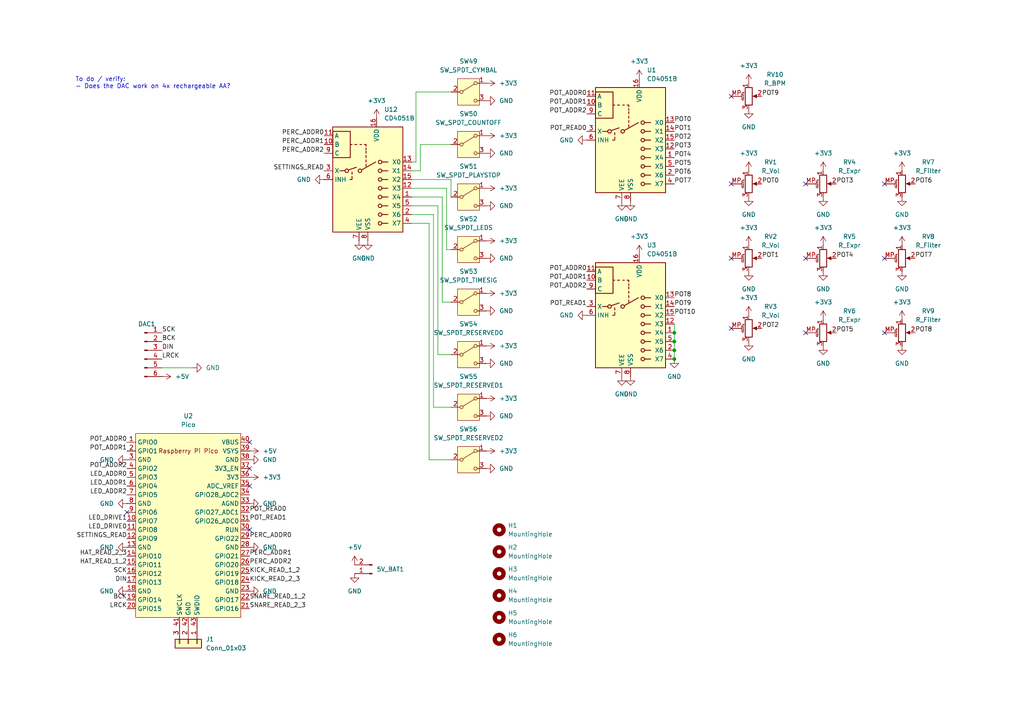
<source format=kicad_sch>
(kicad_sch (version 20231120) (generator "eeschema") (generator_version "8.0")
  (paper "A4")
  (junction (at 195.58 96.52))
  (junction (at 195.58 101.6))
  (junction (at 195.58 104.14))
  (junction (at 195.58 99.06))
  (no_connect (at 212.09 95.25))
  (no_connect (at 256.54 96.52))
  (no_connect (at 72.39 135.89))
  (no_connect (at 212.09 74.93))
  (no_connect (at 233.68 53.34))
  (no_connect (at 233.68 96.52))
  (no_connect (at 256.54 53.34))
  (no_connect (at 256.54 74.93))
  (no_connect (at 233.68 74.93))
  (no_connect (at 36.83 148.59))
  (no_connect (at 72.39 140.97))
  (no_connect (at 212.09 53.34))
  (no_connect (at 72.39 153.67))
  (no_connect (at 72.39 128.27))
  (no_connect (at 212.09 27.94))
  (wire (pts (xy 124.46 64.77) (xy 119.38 64.77)))
  (wire (pts (xy 130.81 102.87) (xy 127 102.87)))
  (wire (pts (xy 124.46 133.35) (xy 124.46 64.77)))
  (wire (pts (xy 129.54 72.39) (xy 130.81 72.39)))
  (wire (pts (xy 119.38 52.07) (xy 130.81 52.07)))
  (wire (pts (xy 121.92 41.91) (xy 130.81 41.91)))
  (wire (pts (xy 195.58 101.6) (xy 195.58 104.14)))
  (wire (pts (xy 128.27 87.63) (xy 130.81 87.63)))
  (wire (pts (xy 195.58 96.52) (xy 195.58 99.06)))
  (wire (pts (xy 195.58 93.98) (xy 195.58 96.52)))
  (wire (pts (xy 127 102.87) (xy 127 59.69)))
  (wire (pts (xy 46.99 106.68) (xy 55.88 106.68)))
  (wire (pts (xy 120.65 46.99) (xy 120.65 26.67)))
  (wire (pts (xy 130.81 133.35) (xy 124.46 133.35)))
  (wire (pts (xy 125.73 62.23) (xy 125.73 118.11)))
  (wire (pts (xy 129.54 54.61) (xy 129.54 72.39)))
  (wire (pts (xy 119.38 46.99) (xy 120.65 46.99)))
  (wire (pts (xy 127 59.69) (xy 119.38 59.69)))
  (wire (pts (xy 119.38 49.53) (xy 121.92 49.53)))
  (wire (pts (xy 121.92 49.53) (xy 121.92 41.91)))
  (wire (pts (xy 119.38 57.15) (xy 128.27 57.15)))
  (wire (pts (xy 195.58 99.06) (xy 195.58 101.6)))
  (wire (pts (xy 125.73 118.11) (xy 130.81 118.11)))
  (wire (pts (xy 119.38 54.61) (xy 129.54 54.61)))
  (wire (pts (xy 119.38 62.23) (xy 125.73 62.23)))
  (wire (pts (xy 120.65 26.67) (xy 130.81 26.67)))
  (wire (pts (xy 130.81 52.07) (xy 130.81 57.15)))
  (wire (pts (xy 128.27 57.15) (xy 128.27 87.63)))
  (text "To do / verify:\n- Does the DAC work on 4x rechargeable AA?" (at 21.844 24.13 0) (effects (font (size 1.27 1.27)) (justify left)))
  (label "SNARE_3A" (at -64.77 190.5 180))
  (label "KICK_2" (at -99.06 74.93 180))
  (label "POT1" (at 220.98 74.93 0))
  (label "POT_ADDR1" (at 36.83 130.81 180))
  (label "HAT_1" (at -6.35 292.1 0))
  (label "BCK" (at 36.83 173.99 180))
  (label "POT_READ0" (at 72.39 148.59 0))
  (label "PERC_ADDR0" (at -30.48 332.74 180))
  (label "POT6" (at 195.58 50.8 0))
  (label "KICK_3A" (at -123.19 347.98 0))
  (label "POT_ADDR0" (at 36.83 128.27 180))
  (label "HAT_3AND" (at -5.08 345.44 0))
  (label "PERC_ADDR0" (at -91.44 332.74 180))
  (label "HAT_4E" (at -30.48 224.79 180))
  (label "HAT_2" (at -30.48 76.2 180))
  (label "SNARE_4E" (at -66.04 353.06 0))
  (label "KICK_1A" (at -124.46 299.72 0))
  (label "HAT_4AND" (at -30.48 241.3 180))
  (label "PERC_ADDR2" (at 72.39 163.83 0))
  (label "SNARE_READ_2_3" (at 72.39 176.53 0))
  (label "HAT_4" (at -5.08 350.52 0))
  (label "SCK" (at 36.83 166.37 180))
  (label "PERC_ADDR1" (at -92.71 287.02 180))
  (label "POT_ADDR0" (at 170.18 27.94 180))
  (label "LED_3A" (at 424.18 130.81 0))
  (label "PERC_ADDR0" (at -92.71 284.48 180))
  (label "PERC_ADDR2" (at -148.59 337.82 180))
  (label "LED_3AND" (at 424.18 128.27 0))
  (label "KICK_1E" (at -99.06 25.4 180))
  (label "POT7" (at 265.43 74.93 0))
  (label "LED_4A" (at 476.25 95.25 0))
  (label "HAT_1E" (at -6.35 294.64 0))
  (label "PERC_ADDR0" (at -148.59 332.74 180))
  (label "SNARE_1" (at -67.31 292.1 0))
  (label "SNARE_1A" (at -64.77 58.42 180))
  (label "PERC_ADDR1" (at -31.75 287.02 180))
  (label "LED_4" (at 476.25 31.75 0))
  (label "SNARE_4" (at -66.04 350.52 0))
  (label "LRCK" (at 46.99 104.14 0))
  (label "SNARE_READ_2_3" (at -91.44 342.9 180))
  (label "HAT_4AND" (at -5.08 355.6 0))
  (label "SNARE_2AND" (at -67.31 307.34 0))
  (label "POT0" (at 195.58 35.56 0))
  (label "LED_4E" (at 424.18 135.89 0))
  (label "LED_ADDR0" (at 351.79 115.57 180))
  (label "KICK_1AND" (at -124.46 297.18 0))
  (label "LED_3E" (at 424.18 125.73 0))
  (label "HAT_1AND" (at -30.48 43.18 180))
  (label "LED_3AND" (at 431.8 73.66 0))
  (label "POT9" (at 220.98 27.94 0))
  (label "KICK_1E" (at -124.46 294.64 0))
  (label "PERC_ADDR2" (at -31.75 289.56 180))
  (label "SNARE_3AND" (at -64.77 173.99 180))
  (label "HAT_2AND" (at -6.35 307.34 0))
  (label "DIN" (at 46.99 101.6 0))
  (label "HAT_3A" (at -30.48 191.77 180))
  (label "KICK_4AND" (at -123.19 355.6 0))
  (label "KICK_4E" (at -99.06 223.52 180))
  (label "PERC_ADDR1" (at -30.48 335.28 180))
  (label "LED_1AND" (at 377.19 128.27 0))
  (label "SNARE_2E" (at -67.31 304.8 0))
  (label "KICK_4A" (at -99.06 256.54 180))
  (label "KICK_2" (at -124.46 302.26 0))
  (label "KICK_3A" (at -99.06 190.5 180))
  (label "SNARE_READ_1_2" (at 72.39 173.99 0))
  (label "SNARE_4A" (at -64.77 256.54 180))
  (label "POT4" (at 242.57 74.93 0))
  (label "POT5" (at 242.57 96.52 0))
  (label "KICK_1A" (at -99.06 58.42 180))
  (label "SNARE_3E" (at -66.04 342.9 0))
  (label "SNARE_4AND" (at -64.77 240.03 180))
  (label "LED_1A" (at 340.36 95.25 0))
  (label "HAT_2E" (at -6.35 304.8 0))
  (label "SNARE_1AND" (at -64.77 41.91 180))
  (label "SNARE_1" (at -64.77 8.89 180))
  (label "LED_1A" (at 377.19 130.81 0))
  (label "HAT_1E" (at -30.48 26.67 180))
  (label "HAT_READ_1_2" (at -31.75 294.64 180))
  (label "KICK_4" (at -123.19 350.52 0))
  (label "LED_2" (at 377.19 133.35 0))
  (label "POT_ADDR2" (at 170.18 83.82 180))
  (label "POT_ADDR2" (at 36.83 135.89 180))
  (label "LED_4" (at 424.18 133.35 0))
  (label "KICK_3" (at -99.06 140.97 180))
  (label "HAT_1" (at -30.48 10.16 180))
  (label "POT7" (at 195.58 53.34 0))
  (label "HAT_3AND" (at -30.48 175.26 180))
  (label "PERC_ADDR1" (at 93.98 41.91 180))
  (label "HAT_2E" (at -30.48 92.71 180))
  (label "POT3" (at 195.58 43.18 0))
  (label "SNARE_1E" (at -64.77 25.4 180))
  (label "SNARE_3E" (at -64.77 157.48 180))
  (label "LED_2E" (at 377.19 135.89 0))
  (label "KICK_3AND" (at -99.06 173.99 180))
  (label "HAT_3" (at -5.08 340.36 0))
  (label "POT_ADDR0" (at 170.18 78.74 180))
  (label "SNARE_READ_1_2" (at -92.71 294.64 180))
  (label "POT_ADDR1" (at 170.18 81.28 180))
  (label "KICK_READ_1_2" (at -149.86 294.64 180))
  (label "POT9" (at 195.58 88.9 0))
  (label "KICK_1" (at -99.06 8.89 180))
  (label "LED_DRIVE0" (at 36.83 153.67 180))
  (label "SNARE_3" (at -66.04 340.36 0))
  (label "PERC_ADDR1" (at -149.86 287.02 180))
  (label "POT8" (at 195.58 86.36 0))
  (label "KICK_4E" (at -123.19 353.06 0))
  (label "LED_ADDR0" (at 398.78 115.57 180))
  (label "POT2" (at 195.58 40.64 0))
  (label "LED_4AND" (at 476.25 73.66 0))
  (label "SNARE_2E" (at -64.77 91.44 180))
  (label "SNARE_4A" (at -66.04 358.14 0))
  (label "SNARE_4AND" (at -66.04 355.6 0))
  (label "KICK_1AND" (at -99.06 41.91 180))
  (label "HAT_2AND" (at -30.48 109.22 180))
  (label "POT_ADDR2" (at 170.18 33.02 180))
  (label "LED_4AND" (at 424.18 138.43 0))
  (label "SCK" (at 46.99 96.52 0))
  (label "LED_ADDR1" (at 36.83 140.97 180))
  (label "LED_ADDR2" (at 398.78 120.65 180))
  (label "LED_2A" (at 377.19 140.97 0))
  (label "SNARE_3" (at -64.77 140.97 180))
  (label "HAT_3A" (at -5.08 347.98 0))
  (label "SNARE_1A" (at -67.31 299.72 0))
  (label "POT6" (at 265.43 53.34 0))
  (label "HAT_2A" (at -6.35 309.88 0))
  (label "KICK_READ_1_2" (at 72.39 166.37 0))
  (label "HAT_2" (at -6.35 302.26 0))
  (label "POT3" (at 242.57 53.34 0))
  (label "POT_READ0" (at 170.18 38.1 180))
  (label "KICK_4AND" (at -99.06 240.03 180))
  (label "POT4" (at 195.58 45.72 0))
  (label "POT2" (at 220.98 95.25 0))
  (label "PERC_ADDR1" (at -91.44 335.28 180))
  (label "LED_4A" (at 424.18 140.97 0))
  (label "SNARE_2" (at -64.77 74.93 180))
  (label "HAT_1A" (at -30.48 59.69 180))
  (label "LED_2E" (at 386.08 53.34 0))
  (label "SETTINGS_READ" (at 93.98 49.53 180))
  (label "KICK_4A" (at -123.19 358.14 0))
  (label "LRCK" (at 36.83 176.53 180))
  (label "SNARE_3A" (at -66.04 347.98 0))
  (label "POT_ADDR1" (at 170.18 30.48 180))
  (label "LED_2AND" (at 386.08 73.66 0))
  (label "SNARE_1AND" (at -67.31 297.18 0))
  (label "LED_DRIVE0" (at 351.79 125.73 180))
  (label "HAT_2A" (at -30.48 125.73 180))
  (label "POT0" (at 220.98 53.34 0))
  (label "KICK_READ_2_3" (at 72.39 168.91 0))
  (label "POT10" (at 195.58 91.44 0))
  (label "POT5" (at 195.58 48.26 0))
  (label "PERC_ADDR2" (at -91.44 337.82 180))
  (label "PERC_ADDR0" (at 72.39 156.21 0))
  (label "SNARE_1E" (at -67.31 294.64 0))
  (label "BCK" (at 46.99 99.06 0))
  (label "HAT_4A" (at -5.08 358.14 0))
  (label "LED_1" (at 377.19 123.19 0))
  (label "LED_ADDR1" (at 398.78 118.11 180))
  (label "HAT_4E" (at -5.08 353.06 0))
  (label "HAT_1A" (at -6.35 299.72 0))
  (label "HAT_4" (at -30.48 208.28 180))
  (label "PERC_ADDR2" (at -149.86 289.56 180))
  (label "LED_1E" (at 377.19 125.73 0))
  (label "LED_1AND" (at 340.36 73.66 0))
  (label "KICK_READ_2_3" (at -148.59 342.9 180))
  (label "KICK_2A" (at -99.06 124.46 180))
  (label "KICK_2A" (at -124.46 309.88 0))
  (label "SNARE_3AND" (at -66.04 345.44 0))
  (label "KICK_4" (at -99.06 207.01 180))
  (label "PERC_ADDR1" (at -148.59 335.28 180))
  (label "KICK_3" (at -123.19 340.36 0))
  (label "HAT_1AND" (at -6.35 297.18 0))
  (label "PERC_ADDR1" (at 72.39 161.29 0))
  (label "KICK_3AND" (at -123.19 345.44 0))
  (label "LED_2A" (at 386.08 95.25 0))
  (label "LED_3E" (at 431.8 53.34 0))
  (label "HAT_READ_2_3" (at 36.83 161.29 180))
  (label "LED_2AND" (at 377.19 138.43 0))
  (label "POT_READ1" (at 170.18 88.9 180))
  (label "HAT_3E" (at -30.48 158.75 180))
  (label "KICK_2AND" (at -124.46 307.34 0))
  (label "KICK_2AND" (at -99.06 107.95 180))
  (label "HAT_3E" (at -5.08 342.9 0))
  (label "SNARE_4" (at -64.77 207.01 180))
  (label "PERC_ADDR0" (at -149.86 284.48 180))
  (label "LED_DRIVE1" (at 36.83 151.13 180))
  (label "LED_1" (at 340.36 31.75 0))
  (label "LED_ADDR0" (at 36.83 138.43 180))
  (label "HAT_READ_2_3" (at -30.48 342.9 180))
  (label "PERC_ADDR0" (at -31.75 284.48 180))
  (label "HAT_4A" (at -30.48 257.81 180))
  (label "SNARE_2" (at -67.31 302.26 0))
  (label "LED_ADDR1" (at 351.79 118.11 180))
  (label "POT1" (at 195.58 38.1 0))
  (label "KICK_3E" (at -99.06 157.48 180))
  (label "POT8" (at 265.43 96.52 0))
  (label "SNARE_2AND" (at -64.77 107.95 180))
  (label "LED_3" (at 424.18 123.19 0))
  (label "KICK_3E" (at -123.19 342.9 0))
  (label "LED_1E" (at 340.36 53.34 0))
  (label "HAT_READ_1_2" (at 36.83 163.83 180))
  (label "SNARE_4E" (at -64.77 223.52 180))
  (label "PERC_ADDR2" (at 93.98 44.45 180))
  (label "DIN" (at 36.83 168.91 180))
  (label "LED_ADDR2" (at 351.79 120.65 180))
  (label "LED_ADDR2" (at 36.83 143.51 180))
  (label "KICK_1" (at -124.46 292.1 0))
  (label "LED_3A" (at 431.8 95.25 0))
  (label "SNARE_2A" (at -67.31 309.88 0))
  (label "LED_4E" (at 476.25 53.34 0))
  (label "KICK_2E" (at -99.06 91.44 180))
  (label "PERC_ADDR0" (at 93.98 39.37 180))
  (label "LED_DRIVE1" (at 398.78 125.73 180))
  (label "LED_2" (at 386.08 31.75 0))
  (label "KICK_2E" (at -124.46 304.8 0))
  (label "LED_3" (at 431.8 31.75 0))
  (label "HAT_3" (at -30.48 142.24 180))
  (label "SNARE_2A" (at -64.77 124.46 180))
  (label "SETTINGS_READ" (at 36.83 156.21 180))
  (label "PERC_ADDR2" (at -92.71 289.56 180))
  (label "POT_READ1" (at 72.39 151.13 0))
  (label "PERC_ADDR2" (at -30.48 337.82 180))
  (symbol (lib_id "Device:R_Potentiometer_MountingPin") (at 217.17 95.25 0) (unit 1)
    (property "Reference" "RV3" (at 223.52 88.9314 0))
    (property "Value" "R_Vol" (at 223.52 91.4714 0))
    (property "Description" "Potentiometer with a mounting pin" (effects (hide yes)))
  )
  (symbol (lib_id "power:GND") (at -20.32 177.8 90) (unit 1)
    (property "Reference" "#PWR090" (effects (hide yes)))
    (property "Value" "GND" (at -16.51 177.7999 90) (effects (justify right)))
    (property "Description" "Power symbol creates a global label with name \"GND\" , ground" (effects (hide yes)))
  )
  (symbol (lib_id "power:+3V3") (at -20.32 238.76 270) (unit 1)
    (property "Reference" "#PWR097" (effects (hide yes)))
    (property "Value" "+3V3" (at -16.51 238.7599 90) (effects (justify left)))
    (property "Description" "Power symbol creates a global label with name \"+3V3\"" (effects (hide yes)))
  )
  (symbol (lib_id "power:GND") (at -54.61 60.96 90) (unit 1)
    (property "Reference" "#PWR0108" (effects (hide yes)))
    (property "Value" "GND" (at -50.8 60.9599 90) (effects (justify right)))
    (property "Description" "Power symbol creates a global label with name \"GND\" , ground" (effects (hide yes)))
  )
  (symbol (lib_id "power:GND") (at 217.17 57.15 0) (unit 1)
    (property "Reference" "#PWR04" (effects (hide yes)))
    (property "Value" "GND" (at 217.17 62.23 0))
    (property "Description" "Power symbol creates a global label with name \"GND\" , ground" (effects (hide yes)))
  )
  (symbol (lib_id "power:GND") (at -54.61 160.02 90) (unit 1)
    (property "Reference" "#PWR0120" (effects (hide yes)))
    (property "Value" "GND" (at -50.8 160.0199 90) (effects (justify right)))
    (property "Description" "Power symbol creates a global label with name \"GND\" , ground" (effects (hide yes)))
  )
  (symbol (lib_id "Device:R") (at 459.74 66.04 90) (unit 1)
    (property "Reference" "R15" (at 459.74 59.69 90))
    (property "Value" "470R" (at 459.74 62.23 90))
    (property "Description" "Resistor" (effects (hide yes)))
  )
  (symbol (lib_id "power:GND") (at 170.18 40.64 270) (unit 1)
    (property "Reference" "#PWR065" (effects (hide yes)))
    (property "Value" "GND" (at 166.37 40.6399 90) (effects (justify right)))
    (property "Description" "Power symbol creates a global label with name \"GND\" , ground" (effects (hide yes)))
  )
  (symbol (lib_id "Switch:SW_SPDT") (at -59.69 190.5 0) (unit 1)
    (property "Reference" "SW28" (at -59.69 181.61 0))
    (property "Value" "SW_SPDT" (at -59.69 184.15 0))
    (property "Description" "Switch, single pole double throw" (effects (hide yes)))
  )
  (symbol (lib_id "Analog_Switch:CD4051B") (at -80.01 297.18 0) (unit 1)
    (property "Reference" "U8" (at -75.2759 276.86 0) (effects (justify left)))
    (property "Value" "CD4051B" (at -75.2759 279.4 0) (effects (justify left)))
    (property "Datasheet" "http://www.ti.com/lit/ds/symlink/cd4052b.pdf" (effects (hide yes)))
    (property "Description" "CMOS single 8-channel analog multiplexer demultiplexer, TSSOP-16/DIP-16/SOIC-16" (effects (hide yes)))
  )
  (symbol (lib_id "power:GND") (at 180.34 58.42 0) (unit 1)
    (property "Reference" "#PWR023" (effects (hide yes)))
    (property "Value" "GND" (at 180.34 63.5 0))
    (property "Description" "Power symbol creates a global label with name \"GND\" , ground" (effects (hide yes)))
  )
  (symbol (lib_id "power:+3V3") (at -88.9 220.98 270) (unit 1)
    (property "Reference" "#PWR0159" (effects (hide yes)))
    (property "Value" "+3V3" (at -85.09 220.9799 90) (effects (justify left)))
    (property "Description" "Power symbol creates a global label with name \"+3V3\"" (effects (hide yes)))
  )
  (symbol (lib_id "Switch:SW_SPDT") (at -59.69 107.95 0) (unit 1)
    (property "Reference" "SW23" (at -59.69 99.06 0))
    (property "Value" "SW_SPDT" (at -59.69 101.6 0))
    (property "Description" "Switch, single pole double throw" (effects (hide yes)))
  )
  (symbol (lib_id "power:+3V3") (at 414.02 110.49 0) (unit 1)
    (property "Reference" "#PWR064" (effects (hide yes)))
    (property "Value" "+3V3" (at 414.02 105.41 0))
    (property "Description" "Power symbol creates a global label with name \"+3V3\"" (effects (hide yes)))
  )
  (symbol (lib_id "Switch:SW_SPDT") (at -59.69 157.48 0) (unit 1)
    (property "Reference" "SW26" (at -59.69 148.59 0))
    (property "Value" "SW_SPDT" (at -59.69 151.13 0))
    (property "Description" "Switch, single pole double throw" (effects (hide yes)))
  )
  (symbol (lib_id "power:GND") (at 398.78 128.27 270) (unit 1)
    (property "Reference" "#PWR067" (effects (hide yes)))
    (property "Value" "GND" (at 394.97 128.2699 90) (effects (justify right)))
    (property "Description" "Power symbol creates a global label with name \"GND\" , ground" (effects (hide yes)))
  )
  (symbol (lib_id "power:GND") (at 345.44 87.63 90) (unit 1)
    (property "Reference" "#PWR034" (effects (hide yes)))
    (property "Value" "GND" (at 349.25 87.6299 90) (effects (justify right)))
    (property "Description" "Power symbol creates a global label with name \"GND\" , ground" (effects (hide yes)))
  )
  (symbol (lib_id "Device:R") (at 369.57 24.13 90) (unit 1)
    (property "Reference" "R5" (at 369.57 17.78 90))
    (property "Value" "470R" (at 369.57 20.32 90))
    (property "Description" "Resistor" (effects (hide yes)))
  )
  (symbol (lib_id "Switch:SW_SPDT") (at -25.4 158.75 0) (unit 1)
    (property "Reference" "SW10" (at -25.4 149.86 0))
    (property "Value" "SW_SPDT" (at -25.4 152.4 0))
    (property "Description" "Switch, single pole double throw" (effects (hide yes)))
  )
  (symbol (lib_id "power:GND") (at 481.33 24.13 90) (unit 1)
    (property "Reference" "#PWR055" (effects (hide yes)))
    (property "Value" "GND" (at 485.14 24.1299 90) (effects (justify right)))
    (property "Description" "Power symbol creates a global label with name \"GND\" , ground" (effects (hide yes)))
  )
  (symbol (lib_id "Analog_Switch:CD4051B") (at -19.05 297.18 0) (unit 1)
    (property "Reference" "U6" (at -14.3159 276.86 0) (effects (justify left)))
    (property "Value" "CD4051B" (at -14.3159 279.4 0) (effects (justify left)))
    (property "Datasheet" "http://www.ti.com/lit/ds/symlink/cd4052b.pdf" (effects (hide yes)))
    (property "Description" "CMOS single 8-channel analog multiplexer demultiplexer, TSSOP-16/DIP-16/SOIC-16" (effects (hide yes)))
  )
  (symbol (lib_id "Device:R_Potentiometer_MountingPin") (at 238.76 96.52 0) (unit 1)
    (property "Reference" "RV6" (at 246.38 90.2014 0))
    (property "Value" "R_Expr" (at 246.38 92.7414 0))
    (property "Description" "Potentiometer with a mounting pin" (effects (hide yes)))
  )
  (symbol (lib_id "power:+3V3") (at 320.04 24.13 90) (unit 1)
    (property "Reference" "#PWR027" (effects (hide yes)))
    (property "Value" "+3V3" (at 316.23 24.1299 90) (effects (justify left)))
    (property "Description" "Power symbol creates a global label with name \"+3V3\"" (effects (hide yes)))
  )
  (symbol (lib_id "power:+3V3") (at -20.32 24.13 270) (unit 1)
    (property "Reference" "#PWR071" (effects (hide yes)))
    (property "Value" "+3V3" (at -16.51 24.1299 90) (effects (justify left)))
    (property "Description" "Power symbol creates a global label with name \"+3V3\"" (effects (hide yes)))
  )
  (symbol (lib_id "power:+3V3") (at 261.62 49.53 0) (unit 1)
    (property "Reference" "#PWR013" (effects (hide yes)))
    (property "Value" "+3V3" (at 261.62 44.45 0))
    (property "Description" "Power symbol creates a global label with name \"+3V3\"" (effects (hide yes)))
  )
  (symbol (lib_id "power:+3V3") (at -54.61 187.96 270) (unit 1)
    (property "Reference" "#PWR0123" (effects (hide yes)))
    (property "Value" "+3V3" (at -50.8 187.9599 90) (effects (justify left)))
    (property "Description" "Power symbol creates a global label with name \"+3V3\"" (effects (hide yes)))
  )
  (symbol (lib_id "Simulation_SPICE:NPN") (at 431.8 68.58 90) (unit 1)
    (property "Reference" "Q11" (at 431.8 59.69 90))
    (property "Value" "NPN" (at 431.8 62.23 90))
    (property "Footprint" "Package_TO_SOT_THT:TO-92L_Inline" (effects (hide yes)))
    (property "Datasheet" "https://ngspice.sourceforge.io/docs/ngspice-html-manual/manual.xhtml#cha_BJTs" (effects (hide yes)))
    (property "Description" "Bipolar transistor symbol for simulation only, substrate tied to the emitter" (effects (hide yes)))
    (property "Sim.Device" "NPN" (effects (hide yes)))
    (property "Sim.Type" "GUMMELPOON" (effects (hide yes)))
    (property "Sim.Pins" "1=C 2=B 3=E" (effects (hide yes)))
  )
  (symbol (lib_id "power:+3V3") (at 320.04 66.04 90) (unit 1)
    (property "Reference" "#PWR031" (effects (hide yes)))
    (property "Value" "+3V3" (at 316.23 66.0399 90) (effects (justify left)))
    (property "Description" "Power symbol creates a global label with name \"+3V3\"" (effects (hide yes)))
  )
  (symbol (lib_id "power:GND") (at 93.98 52.07 270) (unit 1)
    (property "Reference" "#PWR0199" (effects (hide yes)))
    (property "Value" "GND" (at 90.17 52.0699 90) (effects (justify right)))
    (property "Description" "Power symbol creates a global label with name \"GND\" , ground" (effects (hide yes)))
  )
  (symbol (lib_id "Device:R") (at 459.74 87.63 90) (unit 1)
    (property "Reference" "R16" (at 459.74 81.28 90))
    (property "Value" "470R" (at 459.74 83.82 90))
    (property "Description" "Resistor" (effects (hide yes)))
  )
  (symbol (lib_id "power:GND") (at -138.43 363.22 0) (unit 1)
    (property "Reference" "#PWR0184" (effects (hide yes)))
    (property "Value" "GND" (at -138.43 368.3 0))
    (property "Description" "Power symbol creates a global label with name \"GND\" , ground" (effects (hide yes)))
  )
  (symbol (lib_id "Switch:SW_SPDT") (at -93.98 41.91 0) (unit 1)
    (property "Reference" "SW35" (at -93.98 33.02 0))
    (property "Value" "SW_SPDT" (at -93.98 35.56 0))
    (property "Description" "Switch, single pole double throw" (effects (hide yes)))
  )
  (symbol (lib_id "power:+3V3") (at 367.03 110.49 0) (unit 1)
    (property "Reference" "#PWR061" (effects (hide yes)))
    (property "Value" "+3V3" (at 367.03 105.41 0))
    (property "Description" "Power symbol creates a global label with name \"+3V3\"" (effects (hide yes)))
  )
  (symbol (lib_id "Switch:SW_SPDT") (at -59.69 240.03 0) (unit 1)
    (property "Reference" "SW31" (at -59.69 231.14 0))
    (property "Value" "SW_SPDT" (at -59.69 233.68 0))
    (property "Description" "Switch, single pole double throw" (effects (hide yes)))
  )
  (symbol (lib_id "power:GND") (at -88.9 27.94 90) (unit 1)
    (property "Reference" "#PWR0136" (effects (hide yes)))
    (property "Value" "GND" (at -85.09 27.9399 90) (effects (justify right)))
    (property "Description" "Power symbol creates a global label with name \"GND\" , ground" (effects (hide yes)))
  )
  (symbol (lib_id "power:GND") (at 345.44 45.72 90) (unit 1)
    (property "Reference" "#PWR030" (effects (hide yes)))
    (property "Value" "GND" (at 349.25 45.7199 90) (effects (justify right)))
    (property "Description" "Power symbol creates a global label with name \"GND\" , ground" (effects (hide yes)))
  )
  (symbol (lib_id "Switch:SW_SPDT") (at -59.69 223.52 0) (unit 1)
    (property "Reference" "SW30" (at -59.69 214.63 0))
    (property "Value" "SW_SPDT" (at -59.69 217.17 0))
    (property "Description" "Switch, single pole double throw" (effects (hide yes)))
  )
  (symbol (lib_id "power:GND") (at -21.59 314.96 0) (unit 1)
    (property "Reference" "#PWR0166" (effects (hide yes)))
    (property "Value" "GND" (at -21.59 320.04 0))
    (property "Description" "Power symbol creates a global label with name \"GND\" , ground" (effects (hide yes)))
  )
  (symbol (lib_id "power:+3V3") (at -54.61 138.43 270) (unit 1)
    (property "Reference" "#PWR0117" (effects (hide yes)))
    (property "Value" "+3V3" (at -50.8 138.4299 90) (effects (justify left)))
    (property "Description" "Power symbol creates a global label with name \"+3V3\"" (effects (hide yes)))
  )
  (symbol (lib_id "Device:LED") (at 377.19 66.04 180) (unit 1)
    (property "Reference" "D7" (at 378.7775 58.42 0))
    (property "Value" "LED" (at 378.7775 60.96 0))
    (property "Footprint" "LED_THT:LED_D3.0mm" (effects (hide yes)))
    (property "Description" "Light emitting diode" (effects (hide yes)))
  )
  (symbol (lib_id "power:GND") (at 182.88 58.42 0) (unit 1)
    (property "Reference" "#PWR021" (effects (hide yes)))
    (property "Value" "GND" (at 182.88 63.5 0))
    (property "Description" "Power symbol creates a global label with name \"GND\" , ground" (effects (hide yes)))
  )
  (symbol (lib_id "power:+3V3") (at 411.48 45.72 90) (unit 1)
    (property "Reference" "#PWR044" (effects (hide yes)))
    (property "Value" "+3V3" (at 407.67 45.7199 90) (effects (justify left)))
    (property "Description" "Power symbol creates a global label with name \"+3V3\"" (effects (hide yes)))
  )
  (symbol (lib_id "Switch:SW_SPDT") (at -59.69 74.93 0) (unit 1)
    (property "Reference" "SW21" (at -59.69 66.04 0))
    (property "Value" "SW_SPDT" (at -59.69 68.58 0))
    (property "Description" "Switch, single pole double throw" (effects (hide yes)))
  )
  (symbol (lib_id "power:+3V3") (at -20.32 139.7 270) (unit 1)
    (property "Reference" "#PWR085" (effects (hide yes)))
    (property "Value" "+3V3" (at -16.51 139.6999 90) (effects (justify left)))
    (property "Description" "Power symbol creates a global label with name \"+3V3\"" (effects (hide yes)))
  )
  (symbol (lib_id "power:+3V3") (at 140.97 130.81 270) (unit 1)
    (property "Reference" "#PWR0207" (effects (hide yes)))
    (property "Value" "+3V3" (at 144.78 130.8099 90) (effects (justify left)))
    (property "Description" "Power symbol creates a global label with name \"+3V3\"" (effects (hide yes)))
  )
  (symbol (lib_id "power:GND") (at 140.97 90.17 90) (unit 1)
    (property "Reference" "#PWR0198" (effects (hide yes)))
    (property "Value" "GND" (at 144.78 90.1699 90) (effects (justify right)))
    (property "Description" "Power symbol creates a global label with name \"GND\" , ground" (effects (hide yes)))
  )
  (symbol (lib_id "Switch:SW_SPDT") (at -25.4 43.18 0) (unit 1)
    (property "Reference" "SW3" (at -25.4 34.29 0))
    (property "Value" "SW_SPDT" (at -25.4 36.83 0))
    (property "Description" "Switch, single pole double throw" (effects (hide yes)))
  )
  (symbol (lib_id "power:+3V3") (at 140.97 39.37 270) (unit 1)
    (property "Reference" "#PWR0191" (effects (hide yes)))
    (property "Value" "+3V3" (at 144.78 39.3699 90) (effects (justify left)))
    (property "Description" "Power symbol creates a global label with name \"+3V3\"" (effects (hide yes)))
  )
  (symbol (lib_id "power:+3V3") (at -20.32 255.27 270) (unit 1)
    (property "Reference" "#PWR099" (effects (hide yes)))
    (property "Value" "+3V3" (at -16.51 255.2699 90) (effects (justify left)))
    (property "Description" "Power symbol creates a global label with name \"+3V3\"" (effects (hide yes)))
  )
  (symbol (lib_id "power:GND") (at 102.87 166.37 0) (unit 1)
    (property "Reference" "#PWR0210" (effects (hide yes)))
    (property "Value" "GND" (at 102.87 171.45 0))
    (property "Description" "Power symbol creates a global label with name \"GND\" , ground" (effects (hide yes)))
  )
  (symbol (lib_id "Switch:SW_SPDT") (at -59.69 124.46 0) (unit 1)
    (property "Reference" "SW24" (at -59.69 115.57 0))
    (property "Value" "SW_SPDT" (at -59.69 118.11 0))
    (property "Description" "Switch, single pole double throw" (effects (hide yes)))
  )
  (symbol (lib_id "power:GND") (at 104.14 69.85 0) (unit 1)
    (property "Reference" "#PWR0200" (effects (hide yes)))
    (property "Value" "GND" (at 104.14 74.93 0))
    (property "Description" "Power symbol creates a global label with name \"GND\" , ground" (effects (hide yes)))
  )
  (symbol (lib_id "power:GND") (at -20.32 62.23 90) (unit 1)
    (property "Reference" "#PWR076" (effects (hide yes)))
    (property "Value" "GND" (at -16.51 62.2299 90) (effects (justify right)))
    (property "Description" "Power symbol creates a global label with name \"GND\" , ground" (effects (hide yes)))
  )
  (symbol (lib_id "power:+5V") (at 46.99 109.22 270) (unit 1)
    (property "Reference" "#PWR0221" (effects (hide yes)))
    (property "Value" "+5V" (at 50.8 109.2199 90) (effects (justify left)))
    (property "Description" "Power symbol creates a global label with name \"+5V\"" (effects (hide yes)))
  )
  (symbol (lib_id "power:+3V3") (at 140.97 69.85 270) (unit 1)
    (property "Reference" "#PWR0195" (effects (hide yes)))
    (property "Value" "+3V3" (at 144.78 69.8499 90) (effects (justify left)))
    (property "Description" "Power symbol creates a global label with name \"+3V3\"" (effects (hide yes)))
  )
  (symbol (lib_id "Device:R") (at 369.57 87.63 90) (unit 1)
    (property "Reference" "R8" (at 369.57 81.28 90))
    (property "Value" "470R" (at 369.57 83.82 90))
    (property "Description" "Resistor" (effects (hide yes)))
  )
  (symbol (lib_id "power:GND") (at 72.39 146.05 90) (unit 1)
    (property "Reference" "#PWR0213" (effects (hide yes)))
    (property "Value" "GND" (at 76.2 146.0499 90) (effects (justify right)))
    (property "Description" "Power symbol creates a global label with name \"GND\" , ground" (effects (hide yes)))
  )
  (symbol (lib_id "Switch:SW_SPDT") (at -25.4 241.3 0) (unit 1)
    (property "Reference" "SW15" (at -25.4 232.41 0))
    (property "Value" "SW_SPDT" (at -25.4 234.95 0))
    (property "Description" "Switch, single pole double throw" (effects (hide yes)))
  )
  (symbol (lib_id "Switch:SW_SPDT") (at -25.4 109.22 0) (unit 1)
    (property "Reference" "SW7" (at -25.4 100.33 0))
    (property "Value" "SW_SPDT" (at -25.4 102.87 0))
    (property "Description" "Switch, single pole double throw" (effects (hide yes)))
  )
  (symbol (lib_id "power:+3V3") (at -88.9 39.37 270) (unit 1)
    (property "Reference" "#PWR0137" (effects (hide yes)))
    (property "Value" "+3V3" (at -85.09 39.3699 90) (effects (justify left)))
    (property "Description" "Power symbol creates a global label with name \"+3V3\"" (effects (hide yes)))
  )
  (symbol (lib_id "power:GND") (at 481.33 87.63 90) (unit 1)
    (property "Reference" "#PWR058" (effects (hide yes)))
    (property "Value" "GND" (at 485.14 87.6299 90) (effects (justify right)))
    (property "Description" "Power symbol creates a global label with name \"GND\" , ground" (effects (hide yes)))
  )
  (symbol (lib_id "power:+3V3") (at -20.32 189.23 270) (unit 1)
    (property "Reference" "#PWR091" (effects (hide yes)))
    (property "Value" "+3V3" (at -16.51 189.2299 90) (effects (justify left)))
    (property "Description" "Power symbol creates a global label with name \"+3V3\"" (effects (hide yes)))
  )
  (symbol (lib_id "Simulation_SPICE:NPN") (at 431.8 48.26 90) (unit 1)
    (property "Reference" "Q10" (at 431.8 39.37 90))
    (property "Value" "NPN" (at 431.8 41.91 90))
    (property "Footprint" "Package_TO_SOT_THT:TO-92L_Inline" (effects (hide yes)))
    (property "Datasheet" "https://ngspice.sourceforge.io/docs/ngspice-html-manual/manual.xhtml#cha_BJTs" (effects (hide yes)))
    (property "Description" "Bipolar transistor symbol for simulation only, substrate tied to the emitter" (effects (hide yes)))
    (property "Sim.Device" "NPN" (effects (hide yes)))
    (property "Sim.Type" "GUMMELPOON" (effects (hide yes)))
    (property "Sim.Pins" "1=C 2=B 3=E" (effects (hide yes)))
  )
  (symbol (lib_id "power:GND") (at -20.32 243.84 90) (unit 1)
    (property "Reference" "#PWR098" (effects (hide yes)))
    (property "Value" "GND" (at -16.51 243.8399 90) (effects (justify right)))
    (property "Description" "Power symbol creates a global label with name \"GND\" , ground" (effects (hide yes)))
  )
  (symbol (lib_id "power:+3V3") (at -54.61 22.86 270) (unit 1)
    (property "Reference" "#PWR0103" (effects (hide yes)))
    (property "Value" "+3V3" (at -50.8 22.8599 90) (effects (justify left)))
    (property "Description" "Power symbol creates a global label with name \"+3V3\"" (effects (hide yes)))
  )
  (symbol (lib_id "power:+3V3") (at -54.61 6.35 270) (unit 1)
    (property "Reference" "#PWR0101" (effects (hide yes)))
    (property "Value" "+3V3" (at -50.8 6.3499 90) (effects (justify left)))
    (property "Description" "Power symbol creates a global label with name \"+3V3\"" (effects (hide yes)))
  )
  (symbol (lib_id "Switch:SW_SPDT") (at -93.98 58.42 0) (unit 1)
    (property "Reference" "SW36" (at -93.98 49.53 0))
    (property "Value" "SW_SPDT" (at -93.98 52.07 0))
    (property "Description" "Switch, single pole double throw" (effects (hide yes)))
  )
  (symbol (lib_id "power:GND") (at -20.32 45.72 90) (unit 1)
    (property "Reference" "#PWR074" (effects (hide yes)))
    (property "Value" "GND" (at -16.51 45.7199 90) (effects (justify right)))
    (property "Description" "Power symbol creates a global label with name \"GND\" , ground" (effects (hide yes)))
  )
  (symbol (lib_id "Switch:SW_SPDT") (at -59.69 140.97 0) (unit 1)
    (property "Reference" "SW25" (at -59.69 132.08 0))
    (property "Value" "SW_SPDT" (at -59.69 134.62 0))
    (property "Description" "Switch, single pole double throw" (effects (hide yes)))
  )
  (symbol (lib_id "Device:LED") (at 331.47 45.72 180) (unit 1)
    (property "Reference" "D2" (at 333.0575 38.1 0))
    (property "Value" "LED" (at 333.0575 40.64 0))
    (property "Footprint" "LED_THT:LED_D3.0mm" (effects (hide yes)))
    (property "Description" "Light emitting diode" (effects (hide yes)))
  )
  (symbol (lib_id "power:GND") (at -91.44 345.44 270) (unit 1)
    (property "Reference" "#PWR0177" (effects (hide yes)))
    (property "Value" "GND" (at -95.25 345.4399 90) (effects (justify right)))
    (property "Description" "Power symbol creates a global label with name \"GND\" , ground" (effects (hide yes)))
  )
  (symbol (lib_id "Device:R") (at 369.57 45.72 90) (unit 1)
    (property "Reference" "R6" (at 369.57 39.37 90))
    (property "Value" "470R" (at 369.57 41.91 90))
    (property "Description" "Resistor" (effects (hide yes)))
  )
  (symbol (lib_id "Device:R_Potentiometer_MountingPin") (at 261.62 74.93 0) (unit 1)
    (property "Reference" "RV8" (at 269.24 68.6114 0))
    (property "Value" "R_Filter" (at 269.24 71.1514 0))
    (property "Description" "Potentiometer with a mounting pin" (effects (hide yes)))
  )
  (symbol (lib_id "power:+3V3") (at 320.04 87.63 90) (unit 1)
    (property "Reference" "#PWR032" (effects (hide yes)))
    (property "Value" "+3V3" (at 316.23 87.6299 90) (effects (justify left)))
    (property "Description" "Power symbol creates a global label with name \"+3V3\"" (effects (hide yes)))
  )
  (symbol (lib_id "power:+3V3") (at 365.76 24.13 90) (unit 1)
    (property "Reference" "#PWR035" (effects (hide yes)))
    (property "Value" "+3V3" (at 361.95 24.1299 90) (effects (justify left)))
    (property "Description" "Power symbol creates a global label with name \"+3V3\"" (effects (hide yes)))
  )
  (symbol (lib_id "power:+3V3") (at 185.42 73.66 0) (unit 1)
    (property "Reference" "#PWR026" (effects (hide yes)))
    (property "Value" "+3V3" (at 185.42 68.58 0))
    (property "Description" "Power symbol creates a global label with name \"+3V3\"" (effects (hide yes)))
  )
  (symbol (lib_id "power:+3V3") (at 365.76 87.63 90) (unit 1)
    (property "Reference" "#PWR038" (effects (hide yes)))
    (property "Value" "+3V3" (at 361.95 87.6299 90) (effects (justify left)))
    (property "Description" "Power symbol creates a global label with name \"+3V3\"" (effects (hide yes)))
  )
  (symbol (lib_id "Switch:SW_SPDT") (at 135.89 87.63 0) (unit 1)
    (property "Reference" "SW53" (at 135.89 78.74 0))
    (property "Value" "SW_SPDT_TIMESIG" (at 135.89 81.28 0))
    (property "Description" "Switch, single pole double throw" (effects (hide yes)))
  )
  (symbol (lib_id "Switch:SW_SPDT") (at 135.89 41.91 0) (unit 1)
    (property "Reference" "SW50" (at 135.89 33.02 0))
    (property "Value" "SW_SPDT_COUNTOFF" (at 135.89 35.56 0))
    (property "Description" "Switch, single pole double throw" (effects (hide yes)))
  )
  (symbol (lib_id "power:+3V3") (at -20.32 172.72 270) (unit 1)
    (property "Reference" "#PWR089" (effects (hide yes)))
    (property "Value" "+3V3" (at -16.51 172.7199 90) (effects (justify left)))
    (property "Description" "Power symbol creates a global label with name \"+3V3\"" (effects (hide yes)))
  )
  (symbol (lib_id "power:+3V3") (at -54.61 39.37 270) (unit 1)
    (property "Reference" "#PWR0105" (effects (hide yes)))
    (property "Value" "+3V3" (at -50.8 39.3699 90) (effects (justify left)))
    (property "Description" "Power symbol creates a global label with name \"+3V3\"" (effects (hide yes)))
  )
  (symbol (lib_id "power:+3V3") (at 411.48 66.04 90) (unit 1)
    (property "Reference" "#PWR045" (effects (hide yes)))
    (property "Value" "+3V3" (at 407.67 66.0399 90) (effects (justify left)))
    (property "Description" "Power symbol creates a global label with name \"+3V3\"" (effects (hide yes)))
  )
  (symbol (lib_id "Device:LED") (at 422.91 66.04 180) (unit 1)
    (property "Reference" "D11" (at 424.4975 58.42 0))
    (property "Value" "LED" (at 424.4975 60.96 0))
    (property "Footprint" "LED_THT:LED_D3.0mm" (effects (hide yes)))
    (property "Description" "Light emitting diode" (effects (hide yes)))
  )
  (symbol (lib_id "power:GND") (at 36.83 158.75 270) (mirror x) (unit 1)
    (property "Reference" "#PWR0218" (effects (hide yes)))
    (property "Value" "GND" (at 33.02 158.7499 90) (effects (justify right)))
    (property "Description" "Power symbol creates a global label with name \"GND\" , ground" (effects (hide yes)))
  )
  (symbol (lib_id "Simulation_SPICE:NPN") (at 476.25 48.26 90) (unit 1)
    (property "Reference" "Q14" (at 476.25 39.37 90))
    (property "Value" "NPN" (at 476.25 41.91 90))
    (property "Footprint" "Package_TO_SOT_THT:TO-92L_Inline" (effects (hide yes)))
    (property "Datasheet" "https://ngspice.sourceforge.io/docs/ngspice-html-manual/manual.xhtml#cha_BJTs" (effects (hide yes)))
    (property "Description" "Bipolar transistor symbol for simulation only, substrate tied to the emitter" (effects (hide yes)))
    (property "Sim.Device" "NPN" (effects (hide yes)))
    (property "Sim.Type" "GUMMELPOON" (effects (hide yes)))
    (property "Sim.Pins" "1=C 2=B 3=E" (effects (hide yes)))
  )
  (symbol (lib_id "power:+3V3") (at 140.97 115.57 270) (unit 1)
    (property "Reference" "#PWR0205" (effects (hide yes)))
    (property "Value" "+3V3" (at 144.78 115.5699 90) (effects (justify left)))
    (property "Description" "Power symbol creates a global label with name \"+3V3\"" (effects (hide yes)))
  )
  (symbol (lib_id "power:+3V3") (at -20.32 40.64 270) (unit 1)
    (property "Reference" "#PWR073" (effects (hide yes)))
    (property "Value" "+3V3" (at -16.51 40.6399 90) (effects (justify left)))
    (property "Description" "Power symbol creates a global label with name \"+3V3\"" (effects (hide yes)))
  )
  (symbol (lib_id "MCU_RaspberryPi_and_Boards:Pico") (at 54.61 152.4 0) (unit 1)
    (property "Reference" "U2" (at 54.61 120.65 0))
    (property "Value" "Pico" (at 54.61 123.19 0))
    (property "Footprint" "RPi_Pico:RPi_Pico_SMD_TH" (effects (hide yes)))
  )
  (symbol (lib_id "Device:R_Potentiometer_MountingPin") (at 261.62 53.34 0) (unit 1)
    (property "Reference" "RV7" (at 269.24 47.0214 0))
    (property "Value" "R_Filter" (at 269.24 49.5614 0))
    (property "Description" "Potentiometer with a mounting pin" (effects (hide yes)))
  )
  (symbol (lib_id "power:GND") (at 217.17 99.06 0) (unit 1)
    (property "Reference" "#PWR06" (effects (hide yes)))
    (property "Value" "GND" (at 217.17 104.14 0))
    (property "Description" "Power symbol creates a global label with name \"GND\" , ground" (effects (hide yes)))
  )
  (symbol (lib_id "Analog_Switch:CD4051B") (at -135.89 345.44 0) (unit 1)
    (property "Reference" "U11" (at -131.1559 325.12 0) (effects (justify left)))
    (property "Value" "CD4051B" (at -131.1559 327.66 0) (effects (justify left)))
    (property "Datasheet" "http://www.ti.com/lit/ds/symlink/cd4052b.pdf" (effects (hide yes)))
    (property "Description" "CMOS single 8-channel analog multiplexer demultiplexer, TSSOP-16/DIP-16/SOIC-16" (effects (hide yes)))
  )
  (symbol (lib_id "power:+3V3") (at -20.32 123.19 270) (unit 1)
    (property "Reference" "#PWR083" (effects (hide yes)))
    (property "Value" "+3V3" (at -16.51 123.1899 90) (effects (justify left)))
    (property "Description" "Power symbol creates a global label with name \"+3V3\"" (effects (hide yes)))
  )
  (symbol (lib_id "power:GND") (at -54.61 127 90) (unit 1)
    (property "Reference" "#PWR0116" (effects (hide yes)))
    (property "Value" "GND" (at -50.8 126.9999 90) (effects (justify right)))
    (property "Description" "Power symbol creates a global label with name \"GND\" , ground" (effects (hide yes)))
  )
  (symbol (lib_id "Switch:SW_SPDT") (at -25.4 257.81 0) (unit 1)
    (property "Reference" "SW16" (at -25.4 248.92 0))
    (property "Value" "SW_SPDT" (at -25.4 251.46 0))
    (property "Description" "Switch, single pole double throw" (effects (hide yes)))
  )
  (symbol (lib_id "power:GND") (at 140.97 74.93 90) (unit 1)
    (property "Reference" "#PWR0196" (effects (hide yes)))
    (property "Value" "GND" (at 144.78 74.9299 90) (effects (justify right)))
    (property "Description" "Power symbol creates a global label with name \"GND\" , ground" (effects (hide yes)))
  )
  (symbol (lib_id "power:+3V3") (at -54.61 254 270) (unit 1)
    (property "Reference" "#PWR0131" (effects (hide yes)))
    (property "Value" "+3V3" (at -50.8 253.9999 90) (effects (justify left)))
    (property "Description" "Power symbol creates a global label with name \"+3V3\"" (effects (hide yes)))
  )
  (symbol (lib_id "power:+3V3") (at 455.93 87.63 90) (unit 1)
    (property "Reference" "#PWR054" (effects (hide yes)))
    (property "Value" "+3V3" (at 452.12 87.6299 90) (effects (justify left)))
    (property "Description" "Power symbol creates a global label with name \"+3V3\"" (effects (hide yes)))
  )
  (symbol (lib_id "Device:R") (at 369.57 66.04 90) (unit 1)
    (property "Reference" "R7" (at 369.57 59.69 90))
    (property "Value" "470R" (at 369.57 62.23 90))
    (property "Description" "Resistor" (effects (hide yes)))
  )
  (symbol (lib_id "Device:LED") (at 331.47 66.04 180) (unit 1)
    (property "Reference" "D3" (at 333.0575 58.42 0))
    (property "Value" "LED" (at 333.0575 60.96 0))
    (property "Footprint" "LED_THT:LED_D3.0mm" (effects (hide yes)))
    (property "Description" "Light emitting diode" (effects (hide yes)))
  )
  (symbol (lib_id "Mechanical:MountingHole") (at 144.78 185.42 0) (unit 1) (exclude_from_sim yes) (in_bom no)
    (property "Reference" "H6" (at 147.32 184.1499 0) (effects (justify left)))
    (property "Value" "MountingHole" (at 147.32 186.6899 0) (effects (justify left)))
    (property "Footprint" "MountingHole:MountingHole_2.7mm_M2.5" (effects (hide yes)))
    (property "Description" "Mounting Hole without connection" (effects (hide yes)))
  )
  (symbol (lib_id "power:GND") (at -20.32 29.21 90) (unit 1)
    (property "Reference" "#PWR072" (effects (hide yes)))
    (property "Value" "GND" (at -16.51 29.2099 90) (effects (justify right)))
    (property "Description" "Power symbol creates a global label with name \"GND\" , ground" (effects (hide yes)))
  )
  (symbol (lib_id "Simulation_SPICE:NPN") (at 340.36 68.58 90) (unit 1)
    (property "Reference" "Q3" (at 340.36 59.69 90))
    (property "Value" "NPN" (at 340.36 62.23 90))
    (property "Footprint" "Package_TO_SOT_THT:TO-92L_Inline" (effects (hide yes)))
    (property "Datasheet" "https://ngspice.sourceforge.io/docs/ngspice-html-manual/manual.xhtml#cha_BJTs" (effects (hide yes)))
    (property "Description" "Bipolar transistor symbol for simulation only, substrate tied to the emitter" (effects (hide yes)))
    (property "Sim.Device" "NPN" (effects (hide yes)))
    (property "Sim.Type" "GUMMELPOON" (effects (hide yes)))
    (property "Sim.Pins" "1=C 2=B 3=E" (effects (hide yes)))
  )
  (symbol (lib_id "Simulation_SPICE:NPN") (at 386.08 26.67 90) (unit 1)
    (property "Reference" "Q5" (at 386.08 17.78 90))
    (property "Value" "NPN" (at 386.08 20.32 90))
    (property "Footprint" "Package_TO_SOT_THT:TO-92L_Inline" (effects (hide yes)))
    (property "Datasheet" "https://ngspice.sourceforge.io/docs/ngspice-html-manual/manual.xhtml#cha_BJTs" (effects (hide yes)))
    (property "Description" "Bipolar transistor symbol for simulation only, substrate tied to the emitter" (effects (hide yes)))
    (property "Sim.Device" "NPN" (effects (hide yes)))
    (property "Sim.Type" "GUMMELPOON" (effects (hide yes)))
    (property "Sim.Pins" "1=C 2=B 3=E" (effects (hide yes)))
  )
  (symbol (lib_id "power:+3V3") (at -133.35 327.66 0) (unit 1)
    (property "Reference" "#PWR0188" (effects (hide yes)))
    (property "Value" "+3V3" (at -133.35 322.58 0))
    (property "Description" "Power symbol creates a global label with name \"+3V3\"" (effects (hide yes)))
  )
  (symbol (lib_id "Device:R") (at 415.29 87.63 90) (unit 1)
    (property "Reference" "R12" (at 415.29 81.28 90))
    (property "Value" "470R" (at 415.29 83.82 90))
    (property "Description" "Resistor" (effects (hide yes)))
  )
  (symbol (lib_id "Switch:SW_SPDT") (at -93.98 107.95 0) (unit 1)
    (property "Reference" "SW39" (at -93.98 99.06 0))
    (property "Value" "SW_SPDT" (at -93.98 101.6 0))
    (property "Description" "Switch, single pole double throw" (effects (hide yes)))
  )
  (symbol (lib_id "power:+3V3") (at 320.04 45.72 90) (unit 1)
    (property "Reference" "#PWR029" (effects (hide yes)))
    (property "Value" "+3V3" (at 316.23 45.7199 90) (effects (justify left)))
    (property "Description" "Power symbol creates a global label with name \"+3V3\"" (effects (hide yes)))
  )
  (symbol (lib_id "power:GND") (at 238.76 78.74 0) (unit 1)
    (property "Reference" "#PWR010" (effects (hide yes)))
    (property "Value" "GND" (at 238.76 83.82 0))
    (property "Description" "Power symbol creates a global label with name \"GND\" , ground" (effects (hide yes)))
  )
  (symbol (lib_id "power:+3V3") (at 455.93 66.04 90) (unit 1)
    (property "Reference" "#PWR053" (effects (hide yes)))
    (property "Value" "+3V3" (at 452.12 66.0399 90) (effects (justify left)))
    (property "Description" "Power symbol creates a global label with name \"+3V3\"" (effects (hide yes)))
  )
  (symbol (lib_id "Switch:SW_SPDT") (at -25.4 26.67 0) (unit 1)
    (property "Reference" "SW2" (at -25.4 17.78 0))
    (property "Value" "SW_SPDT" (at -25.4 20.32 0))
    (property "Description" "Switch, single pole double throw" (effects (hide yes)))
  )
  (symbol (lib_id "power:GND") (at -88.9 110.49 90) (unit 1)
    (property "Reference" "#PWR0146" (effects (hide yes)))
    (property "Value" "GND" (at -85.09 110.4899 90) (effects (justify right)))
    (property "Description" "Power symbol creates a global label with name \"GND\" , ground" (effects (hide yes)))
  )
  (symbol (lib_id "power:+3V3") (at -88.9 187.96 270) (unit 1)
    (property "Reference" "#PWR0155" (effects (hide yes)))
    (property "Value" "+3V3" (at -85.09 187.9599 90) (effects (justify left)))
    (property "Description" "Power symbol creates a global label with name \"+3V3\"" (effects (hide yes)))
  )
  (symbol (lib_id "power:+5V") (at 72.39 130.81 270) (unit 1)
    (property "Reference" "#PWR0211" (effects (hide yes)))
    (property "Value" "+5V" (at 76.2 130.8099 90) (effects (justify left)))
    (property "Description" "Power symbol creates a global label with name \"+5V\"" (effects (hide yes)))
  )
  (symbol (lib_id "power:GND") (at 261.62 100.33 0) (unit 1)
    (property "Reference" "#PWR018" (effects (hide yes)))
    (property "Value" "GND" (at 261.62 105.41 0))
    (property "Description" "Power symbol creates a global label with name \"GND\" , ground" (effects (hide yes)))
  )
  (symbol (lib_id "Device:R_Potentiometer_MountingPin") (at 217.17 74.93 0) (unit 1)
    (property "Reference" "RV2" (at 223.52 68.6114 0))
    (property "Value" "R_Vol" (at 223.52 71.1514 0))
    (property "Description" "Potentiometer with a mounting pin" (effects (hide yes)))
  )
  (symbol (lib_id "power:+3V3") (at -54.61 154.94 270) (unit 1)
    (property "Reference" "#PWR0119" (effects (hide yes)))
    (property "Value" "+3V3" (at -50.8 154.9399 90) (effects (justify left)))
    (property "Description" "Power symbol creates a global label with name \"+3V3\"" (effects (hide yes)))
  )
  (symbol (lib_id "power:+3V3") (at 217.17 91.44 0) (unit 1)
    (property "Reference" "#PWR05" (effects (hide yes)))
    (property "Value" "+3V3" (at 217.17 86.36 0))
    (property "Description" "Power symbol creates a global label with name \"+3V3\"" (effects (hide yes)))
  )
  (symbol (lib_id "power:GND") (at -148.59 345.44 270) (unit 1)
    (property "Reference" "#PWR0182" (effects (hide yes)))
    (property "Value" "GND" (at -152.4 345.4399 90) (effects (justify right)))
    (property "Description" "Power symbol creates a global label with name \"GND\" , ground" (effects (hide yes)))
  )
  (symbol (lib_id "power:GND") (at 36.83 171.45 270) (mirror x) (unit 1)
    (property "Reference" "#PWR0219" (effects (hide yes)))
    (property "Value" "GND" (at 33.02 171.4499 90) (effects (justify right)))
    (property "Description" "Power symbol creates a global label with name \"GND\" , ground" (effects (hide yes)))
  )
  (symbol (lib_id "Switch:SW_SPDT") (at 135.89 118.11 0) (unit 1)
    (property "Reference" "SW55" (at 135.89 109.22 0))
    (property "Value" "SW_SPDT_RESERVED1" (at 135.89 111.76 0))
    (property "Description" "Switch, single pole double throw" (effects (hide yes)))
  )
  (symbol (lib_id "power:GND") (at -54.61 259.08 90) (unit 1)
    (property "Reference" "#PWR0132" (effects (hide yes)))
    (property "Value" "GND" (at -50.8 259.0799 90) (effects (justify right)))
    (property "Description" "Power symbol creates a global label with name \"GND\" , ground" (effects (hide yes)))
  )
  (symbol (lib_id "power:GND") (at -135.89 363.22 0) (unit 1)
    (property "Reference" "#PWR0186" (effects (hide yes)))
    (property "Value" "GND" (at -135.89 368.3 0))
    (property "Description" "Power symbol creates a global label with name \"GND\" , ground" (effects (hide yes)))
  )
  (symbol (lib_id "power:GND") (at -20.32 194.31 90) (unit 1)
    (property "Reference" "#PWR092" (effects (hide yes)))
    (property "Value" "GND" (at -16.51 194.3099 90) (effects (justify right)))
    (property "Description" "Power symbol creates a global label with name \"GND\" , ground" (effects (hide yes)))
  )
  (symbol (lib_id "power:+3V3") (at -88.9 254 270) (unit 1)
    (property "Reference" "#PWR0163" (effects (hide yes)))
    (property "Value" "+3V3" (at -85.09 253.9999 90) (effects (justify left)))
    (property "Description" "Power symbol creates a global label with name \"+3V3\"" (effects (hide yes)))
  )
  (symbol (lib_id "power:GND") (at 140.97 29.21 90) (unit 1)
    (property "Reference" "#PWR0190" (effects (hide yes)))
    (property "Value" "GND" (at 144.78 29.2099 90) (effects (justify right)))
    (property "Description" "Power symbol creates a global label with name \"GND\" , ground" (effects (hide yes)))
  )
  (symbol (lib_id "Switch:SW_SPDT") (at -59.69 256.54 0) (unit 1)
    (property "Reference" "SW32" (at -59.69 247.65 0))
    (property "Value" "SW_SPDT" (at -59.69 250.19 0))
    (property "Description" "Switch, single pole double throw" (effects (hide yes)))
  )
  (symbol (lib_id "power:GND") (at 170.18 91.44 270) (unit 1)
    (property "Reference" "#PWR066" (effects (hide yes)))
    (property "Value" "GND" (at 166.37 91.4399 90) (effects (justify right)))
    (property "Description" "Power symbol creates a global label with name \"GND\" , ground" (effects (hide yes)))
  )
  (symbol (lib_id "power:+3V3") (at -76.2 327.66 0) (unit 1)
    (property "Reference" "#PWR0180" (effects (hide yes)))
    (property "Value" "+3V3" (at -76.2 322.58 0))
    (property "Description" "Power symbol creates a global label with name \"+3V3\"" (effects (hide yes)))
  )
  (symbol (lib_id "power:GND") (at -78.74 363.22 0) (unit 1)
    (property "Reference" "#PWR0179" (effects (hide yes)))
    (property "Value" "GND" (at -78.74 368.3 0))
    (property "Description" "Power symbol creates a global label with name \"GND\" , ground" (effects (hide yes)))
  )
  (symbol (lib_id "power:GND") (at -54.61 93.98 90) (unit 1)
    (property "Reference" "#PWR0112" (effects (hide yes)))
    (property "Value" "GND" (at -50.8 93.9799 90) (effects (justify right)))
    (property "Description" "Power symbol creates a global label with name \"GND\" , ground" (effects (hide yes)))
  )
  (symbol (lib_id "Switch:SW_SPDT") (at -25.4 175.26 0) (unit 1)
    (property "Reference" "SW11" (at -25.4 166.37 0))
    (property "Value" "SW_SPDT" (at -25.4 168.91 0))
    (property "Description" "Switch, single pole double throw" (effects (hide yes)))
  )
  (symbol (lib_id "power:+3V3") (at -16.51 279.4 0) (unit 1)
    (property "Reference" "#PWR0168" (effects (hide yes)))
    (property "Value" "+3V3" (at -16.51 274.32 0))
    (property "Description" "Power symbol creates a global label with name \"+3V3\"" (effects (hide yes)))
  )
  (symbol (lib_id "power:+3V3") (at -20.32 7.62 270) (unit 1)
    (property "Reference" "#PWR070" (effects (hide yes)))
    (property "Value" "+3V3" (at -16.51 7.6199 90) (effects (justify left)))
    (property "Description" "Power symbol creates a global label with name \"+3V3\"" (effects (hide yes)))
  )
  (symbol (lib_id "power:+3V3") (at -20.32 57.15 270) (unit 1)
    (property "Reference" "#PWR075" (effects (hide yes)))
    (property "Value" "+3V3" (at -16.51 57.1499 90) (effects (justify left)))
    (property "Description" "Power symbol creates a global label with name \"+3V3\"" (effects (hide yes)))
  )
  (symbol (lib_id "Switch:SW_SPDT") (at -93.98 240.03 0) (unit 1)
    (property "Reference" "SW47" (at -93.98 231.14 0))
    (property "Value" "SW_SPDT" (at -93.98 233.68 0))
    (property "Description" "Switch, single pole double throw" (effects (hide yes)))
  )
  (symbol (lib_id "Mechanical:MountingHole") (at 144.78 153.67 0) (unit 1) (exclude_from_sim yes) (in_bom no)
    (property "Reference" "H1" (at 147.32 152.3999 0) (effects (justify left)))
    (property "Value" "MountingHole" (at 147.32 154.9399 0) (effects (justify left)))
    (property "Footprint" "MountingHole:MountingHole_2.7mm_M2.5" (effects (hide yes)))
    (property "Description" "Mounting Hole without connection" (effects (hide yes)))
  )
  (symbol (lib_id "Connector:Conn_01x02_Pin") (at 107.95 166.37 180) (unit 1)
    (property "Reference" "5V_BAT1" (at 109.22 165.0999 0) (effects (justify right)))
    (property "Value" "Conn_01x02_Pin" (effects (hide yes)))
    (property "Footprint" "Connector_PinSocket_2.54mm:PinSocket_1x02_P2.54mm_Vertical" (effects (hide yes)))
    (property "Description" "Generic connector, single row, 01x02, script generated" (effects (hide yes)))
  )
  (symbol (lib_id "power:+3V3") (at -88.9 72.39 270) (unit 1)
    (property "Reference" "#PWR0141" (effects (hide yes)))
    (property "Value" "+3V3" (at -85.09 72.3899 90) (effects (justify left)))
    (property "Description" "Power symbol creates a global label with name \"+3V3\"" (effects (hide yes)))
  )
  (symbol (lib_id "Device:LED") (at 422.91 24.13 180) (unit 1)
    (property "Reference" "D9" (at 424.4975 16.51 0))
    (property "Value" "LED" (at 424.4975 19.05 0))
    (property "Footprint" "LED_THT:LED_D3.0mm" (effects (hide yes)))
    (property "Description" "Light emitting diode" (effects (hide yes)))
  )
  (symbol (lib_id "Switch:SW_SPDT") (at -59.69 91.44 0) (unit 1)
    (property "Reference" "SW22" (at -59.69 82.55 0))
    (property "Value" "SW_SPDT" (at -59.69 85.09 0))
    (property "Description" "Switch, single pole double throw" (effects (hide yes)))
  )
  (symbol (lib_id "power:GND") (at 238.76 100.33 0) (unit 1)
    (property "Reference" "#PWR012" (effects (hide yes)))
    (property "Value" "GND" (at 238.76 105.41 0))
    (property "Description" "Power symbol creates a global label with name \"GND\" , ground" (effects (hide yes)))
  )
  (symbol (lib_id "Device:R") (at 415.29 45.72 90) (unit 1)
    (property "Reference" "R10" (at 415.29 39.37 90))
    (property "Value" "470R" (at 415.29 41.91 90))
    (property "Description" "Resistor" (effects (hide yes)))
  )
  (symbol (lib_id "power:+3V3") (at 455.93 24.13 90) (unit 1)
    (property "Reference" "#PWR051" (effects (hide yes)))
    (property "Value" "+3V3" (at 452.12 24.1299 90) (effects (justify left)))
    (property "Description" "Power symbol creates a global label with name \"+3V3\"" (effects (hide yes)))
  )
  (symbol (lib_id "power:+3V3") (at -54.61 237.49 270) (unit 1)
    (property "Reference" "#PWR0129" (effects (hide yes)))
    (property "Value" "+3V3" (at -50.8 237.4899 90) (effects (justify left)))
    (property "Description" "Power symbol creates a global label with name \"+3V3\"" (effects (hide yes)))
  )
  (symbol (lib_id "Switch:SW_SPDT") (at 135.89 133.35 0) (unit 1)
    (property "Reference" "SW56" (at 135.89 124.46 0))
    (property "Value" "SW_SPDT_RESERVED2" (at 135.89 127 0))
    (property "Description" "Switch, single pole double throw" (effects (hide yes)))
  )
  (symbol (lib_id "Switch:SW_SPDT") (at -59.69 41.91 0) (unit 1)
    (property "Reference" "SW19" (at -59.69 33.02 0))
    (property "Value" "SW_SPDT" (at -59.69 35.56 0))
    (property "Description" "Switch, single pole double throw" (effects (hide yes)))
  )
  (symbol (lib_id "Switch:SW_SPDT") (at -25.4 208.28 0) (unit 1)
    (property "Reference" "SW13" (at -25.4 199.39 0))
    (property "Value" "SW_SPDT" (at -25.4 201.93 0))
    (property "Description" "Switch, single pole double throw" (effects (hide yes)))
  )
  (symbol (lib_id "power:+3V3") (at -88.9 121.92 270) (unit 1)
    (property "Reference" "#PWR0147" (effects (hide yes)))
    (property "Value" "+3V3" (at -85.09 121.9199 90) (effects (justify left)))
    (property "Description" "Power symbol creates a global label with name \"+3V3\"" (effects (hide yes)))
  )
  (symbol (lib_id "Device:R") (at 459.74 24.13 90) (unit 1)
    (property "Reference" "R13" (at 459.74 17.78 90))
    (property "Value" "470R" (at 459.74 20.32 90))
    (property "Description" "Resistor" (effects (hide yes)))
  )
  (symbol (lib_id "Switch:SW_SPDT") (at -93.98 91.44 0) (unit 1)
    (property "Reference" "SW38" (at -93.98 82.55 0))
    (property "Value" "SW_SPDT" (at -93.98 85.09 0))
    (property "Description" "Switch, single pole double throw" (effects (hide yes)))
  )
  (symbol (lib_id "Switch:SW_SPDT") (at -93.98 256.54 0) (unit 1)
    (property "Reference" "SW48" (at -93.98 247.65 0))
    (property "Value" "SW_SPDT" (at -93.98 250.19 0))
    (property "Description" "Switch, single pole double throw" (effects (hide yes)))
  )
  (symbol (lib_id "Device:LED") (at 467.36 45.72 180) (unit 1)
    (property "Reference" "D14" (at 468.9475 38.1 0))
    (property "Value" "LED" (at 468.9475 40.64 0))
    (property "Footprint" "LED_THT:LED_D3.0mm" (effects (hide yes)))
    (property "Description" "Light emitting diode" (effects (hide yes)))
  )
  (symbol (lib_id "power:GND") (at -54.61 11.43 90) (unit 1)
    (property "Reference" "#PWR0102" (effects (hide yes)))
    (property "Value" "GND" (at -50.8 11.4299 90) (effects (justify right)))
    (property "Description" "Power symbol creates a global label with name \"GND\" , ground" (effects (hide yes)))
  )
  (symbol (lib_id "Switch:SW_SPDT") (at -93.98 223.52 0) (unit 1)
    (property "Reference" "SW46" (at -93.98 214.63 0))
    (property "Value" "SW_SPDT" (at -93.98 217.17 0))
    (property "Description" "Switch, single pole double throw" (effects (hide yes)))
  )
  (symbol (lib_id "Switch:SW_SPDT") (at -25.4 191.77 0) (unit 1)
    (property "Reference" "SW12" (at -25.4 182.88 0))
    (property "Value" "SW_SPDT" (at -25.4 185.42 0))
    (property "Description" "Switch, single pole double throw" (effects (hide yes)))
  )
  (symbol (lib_id "power:GND") (at -54.61 77.47 90) (unit 1)
    (property "Reference" "#PWR0110" (effects (hide yes)))
    (property "Value" "GND" (at -50.8 77.4699 90) (effects (justify right)))
    (property "Description" "Power symbol creates a global label with name \"GND\" , ground" (effects (hide yes)))
  )
  (symbol (lib_id "Device:R_Potentiometer_MountingPin") (at 238.76 53.34 0) (unit 1)
    (property "Reference" "RV4" (at 246.38 47.0214 0))
    (property "Value" "R_Expr" (at 246.38 49.5614 0))
    (property "Description" "Potentiometer with a mounting pin" (effects (hide yes)))
  )
  (symbol (lib_id "power:+3V3") (at 261.62 71.12 0) (unit 1)
    (property "Reference" "#PWR015" (effects (hide yes)))
    (property "Value" "+3V3" (at 261.62 66.04 0))
    (property "Description" "Power symbol creates a global label with name \"+3V3\"" (effects (hide yes)))
  )
  (symbol (lib_id "power:GND") (at 261.62 57.15 0) (unit 1)
    (property "Reference" "#PWR014" (effects (hide yes)))
    (property "Value" "GND" (at 261.62 62.23 0))
    (property "Description" "Power symbol creates a global label with name \"GND\" , ground" (effects (hide yes)))
  )
  (symbol (lib_id "Analog_Switch:CD4051B") (at -78.74 345.44 0) (unit 1)
    (property "Reference" "U9" (at -74.0059 325.12 0) (effects (justify left)))
    (property "Value" "CD4051B" (at -74.0059 327.66 0) (effects (justify left)))
    (property "Datasheet" "http://www.ti.com/lit/ds/symlink/cd4052b.pdf" (effects (hide yes)))
    (property "Description" "CMOS single 8-channel analog multiplexer demultiplexer, TSSOP-16/DIP-16/SOIC-16" (effects (hide yes)))
  )
  (symbol (lib_id "Switch:SW_SPDT") (at -59.69 8.89 0) (unit 1)
    (property "Reference" "SW17" (at -59.69 0 0))
    (property "Value" "SW_SPDT" (at -59.69 2.54 0))
    (property "Description" "Switch, single pole double throw" (effects (hide yes)))
  )
  (symbol (lib_id "power:GND") (at -31.75 297.18 270) (unit 1)
    (property "Reference" "#PWR0165" (effects (hide yes)))
    (property "Value" "GND" (at -35.56 297.1799 90) (effects (justify right)))
    (property "Description" "Power symbol creates a global label with name \"GND\" , ground" (effects (hide yes)))
  )
  (symbol (lib_id "Analog_Switch:CD4051B") (at 106.68 52.07 0) (unit 1)
    (property "Reference" "U12" (at 111.4141 31.75 0) (effects (justify left)))
    (property "Value" "CD4051B" (at 111.4141 34.29 0) (effects (justify left)))
    (property "Datasheet" "http://www.ti.com/lit/ds/symlink/cd4052b.pdf" (effects (hide yes)))
    (property "Description" "CMOS single 8-channel analog multiplexer demultiplexer, TSSOP-16/DIP-16/SOIC-16" (effects (hide yes)))
  )
  (symbol (lib_id "Switch:SW_SPDT") (at -93.98 74.93 0) (unit 1)
    (property "Reference" "SW37" (at -93.98 66.04 0))
    (property "Value" "SW_SPDT" (at -93.98 68.58 0))
    (property "Description" "Switch, single pole double throw" (effects (hide yes)))
  )
  (symbol (lib_id "Mechanical:MountingHole") (at 144.78 179.07 0) (unit 1) (exclude_from_sim yes) (in_bom no)
    (property "Reference" "H5" (at 147.32 177.7999 0) (effects (justify left)))
    (property "Value" "MountingHole" (at 147.32 180.3399 0) (effects (justify left)))
    (property "Footprint" "MountingHole:MountingHole_2.7mm_M2.5" (effects (hide yes)))
    (property "Description" "Mounting Hole without connection" (effects (hide yes)))
  )
  (symbol (lib_id "Simulation_SPICE:NPN") (at 340.36 48.26 90) (unit 1)
    (property "Reference" "Q2" (at 340.36 39.37 90))
    (property "Value" "NPN" (at 340.36 41.91 90))
    (property "Footprint" "Package_TO_SOT_THT:TO-92L_Inline" (effects (hide yes)))
    (property "Datasheet" "https://ngspice.sourceforge.io/docs/ngspice-html-manual/manual.xhtml#cha_BJTs" (effects (hide yes)))
    (property "Description" "Bipolar transistor symbol for simulation only, substrate tied to the emitter" (effects (hide yes)))
    (property "Sim.Device" "NPN" (effects (hide yes)))
    (property "Sim.Type" "GUMMELPOON" (effects (hide yes)))
    (property "Sim.Pins" "1=C 2=B 3=E" (effects (hide yes)))
  )
  (symbol (lib_id "Device:R") (at 459.74 45.72 90) (unit 1)
    (property "Reference" "R14" (at 459.74 39.37 90))
    (property "Value" "470R" (at 459.74 41.91 90))
    (property "Description" "Resistor" (effects (hide yes)))
  )
  (symbol (lib_id "Mechanical:MountingHole") (at 144.78 172.72 0) (unit 1) (exclude_from_sim yes) (in_bom no)
    (property "Reference" "H4" (at 147.32 171.4499 0) (effects (justify left)))
    (property "Value" "MountingHole" (at 147.32 173.9899 0) (effects (justify left)))
    (property "Footprint" "MountingHole:MountingHole_2.7mm_M2.5" (effects (hide yes)))
    (property "Description" "Mounting Hole without connection" (effects (hide yes)))
  )
  (symbol (lib_id "power:+3V3") (at -88.9 171.45 270) (unit 1)
    (property "Reference" "#PWR0153" (effects (hide yes)))
    (property "Value" "+3V3" (at -85.09 171.4499 90) (effects (justify left)))
    (property "Description" "Power symbol creates a global label with name \"+3V3\"" (effects (hide yes)))
  )
  (symbol (lib_id "Switch:SW_SPDT") (at 135.89 26.67 0) (unit 1)
    (property "Reference" "SW49" (at 135.89 17.78 0))
    (property "Value" "SW_SPDT_CYMBAL" (at 135.89 20.32 0))
    (property "Description" "Switch, single pole double throw" (effects (hide yes)))
  )
  (symbol (lib_id "Mechanical:MountingHole") (at 144.78 166.37 0) (unit 1) (exclude_from_sim yes) (in_bom no)
    (property "Reference" "H3" (at 147.32 165.0999 0) (effects (justify left)))
    (property "Value" "MountingHole" (at 147.32 167.6399 0) (effects (justify left)))
    (property "Footprint" "MountingHole:MountingHole_2.7mm_M2.5" (effects (hide yes)))
    (property "Description" "Mounting Hole without connection" (effects (hide yes)))
  )
  (symbol (lib_id "Device:LED") (at 422.91 45.72 180) (unit 1)
    (property "Reference" "D10" (at 424.4975 38.1 0))
    (property "Value" "LED" (at 424.4975 40.64 0))
    (property "Footprint" "LED_THT:LED_D3.0mm" (effects (hide yes)))
    (property "Description" "Light emitting diode" (effects (hide yes)))
  )
  (symbol (lib_id "Analog_Switch:CD4051B") (at -137.16 297.18 0) (unit 1)
    (property "Reference" "U10" (at -132.4259 276.86 0) (effects (justify left)))
    (property "Value" "CD4051B" (at -132.4259 279.4 0) (effects (justify left)))
    (property "Datasheet" "http://www.ti.com/lit/ds/symlink/cd4052b.pdf" (effects (hide yes)))
    (property "Description" "CMOS single 8-channel analog multiplexer demultiplexer, TSSOP-16/DIP-16/SOIC-16" (effects (hide yes)))
  )
  (symbol (lib_id "power:GND") (at -54.61 242.57 90) (unit 1)
    (property "Reference" "#PWR0130" (effects (hide yes)))
    (property "Value" "GND" (at -50.8 242.5699 90) (effects (justify right)))
    (property "Description" "Power symbol creates a global label with name \"GND\" , ground" (effects (hide yes)))
  )
  (symbol (lib_id "Switch:SW_SPDT") (at -93.98 8.89 0) (unit 1)
    (property "Reference" "SW33" (at -93.98 0 0))
    (property "Value" "SW_SPDT" (at -93.98 2.54 0))
    (property "Description" "Switch, single pole double throw" (effects (hide yes)))
  )
  (symbol (lib_id "power:GND") (at 391.16 24.13 90) (unit 1)
    (property "Reference" "#PWR039" (effects (hide yes)))
    (property "Value" "GND" (at 394.97 24.1299 90) (effects (justify right)))
    (property "Description" "Power symbol creates a global label with name \"GND\" , ground" (effects (hide yes)))
  )
  (symbol (lib_id "Device:LED") (at 377.19 45.72 180) (unit 1)
    (property "Reference" "D6" (at 378.7775 38.1 0))
    (property "Value" "LED" (at 378.7775 40.64 0))
    (property "Footprint" "LED_THT:LED_D3.0mm" (effects (hide yes)))
    (property "Description" "Light emitting diode" (effects (hide yes)))
  )
  (symbol (lib_id "power:GND") (at -54.61 176.53 90) (unit 1)
    (property "Reference" "#PWR0122" (effects (hide yes)))
    (property "Value" "GND" (at -50.8 176.5299 90) (effects (justify right)))
    (property "Description" "Power symbol creates a global label with name \"GND\" , ground" (effects (hide yes)))
  )
  (symbol (lib_id "power:+3V3") (at -54.61 88.9 270) (unit 1)
    (property "Reference" "#PWR0111" (effects (hide yes)))
    (property "Value" "+3V3" (at -50.8 88.8999 90) (effects (justify left)))
    (property "Description" "Power symbol creates a global label with name \"+3V3\"" (effects (hide yes)))
  )
  (symbol (lib_id "power:+3V3") (at -54.61 72.39 270) (unit 1)
    (property "Reference" "#PWR0109" (effects (hide yes)))
    (property "Value" "+3V3" (at -50.8 72.3899 90) (effects (justify left)))
    (property "Description" "Power symbol creates a global label with name \"+3V3\"" (effects (hide yes)))
  )
  (symbol (lib_id "Simulation_SPICE:NPN") (at 476.25 26.67 90) (unit 1)
    (property "Reference" "Q13" (at 476.25 17.78 90))
    (property "Value" "NPN" (at 476.25 20.32 90))
    (property "Footprint" "Package_TO_SOT_THT:TO-92L_Inline" (effects (hide yes)))
    (property "Datasheet" "https://ngspice.sourceforge.io/docs/ngspice-html-manual/manual.xhtml#cha_BJTs" (effects (hide yes)))
    (property "Description" "Bipolar transistor symbol for simulation only, substrate tied to the emitter" (effects (hide yes)))
    (property "Sim.Device" "NPN" (effects (hide yes)))
    (property "Sim.Type" "GUMMELPOON" (effects (hide yes)))
    (property "Sim.Pins" "1=C 2=B 3=E" (effects (hide yes)))
  )
  (symbol (lib_id "Mechanical:MountingHole") (at 144.78 160.02 0) (unit 1) (exclude_from_sim yes) (in_bom no)
    (property "Reference" "H2" (at 147.32 158.7499 0) (effects (justify left)))
    (property "Value" "MountingHole" (at 147.32 161.2899 0) (effects (justify left)))
    (property "Footprint" "MountingHole:MountingHole_2.7mm_M2.5" (effects (hide yes)))
    (property "Description" "Mounting Hole without connection" (effects (hide yes)))
  )
  (symbol (lib_id "power:GND") (at -82.55 314.96 0) (unit 1)
    (property "Reference" "#PWR0174" (effects (hide yes)))
    (property "Value" "GND" (at -82.55 320.04 0))
    (property "Description" "Power symbol creates a global label with name \"GND\" , ground" (effects (hide yes)))
  )
  (symbol (lib_id "power:GND") (at 408.94 146.05 0) (unit 1)
    (property "Reference" "#PWR062" (effects (hide yes)))
    (property "Value" "GND" (at 408.94 151.13 0))
    (property "Description" "Power symbol creates a global label with name \"GND\" , ground" (effects (hide yes)))
  )
  (symbol (lib_id "Device:LED") (at 377.19 24.13 180) (unit 1)
    (property "Reference" "D5" (at 378.7775 16.51 0))
    (property "Value" "LED" (at 378.7775 19.05 0))
    (property "Footprint" "LED_THT:LED_D3.0mm" (effects (hide yes)))
    (property "Description" "Light emitting diode" (effects (hide yes)))
  )
  (symbol (lib_id "Connector:Conn_01x06_Pin") (at 41.91 101.6 0) (unit 1)
    (property "Reference" "DAC1" (at 42.545 93.98 0))
    (property "Value" "DAC" (effects (hide yes)))
    (property "Footprint" "rytmos:PCM5102_BREAKOUT" (effects (hide yes)))
    (property "Description" "Generic connector, single row, 01x06, script generated" (effects (hide yes)))
  )
  (symbol (lib_id "power:+3V3") (at -88.9 154.94 270) (unit 1)
    (property "Reference" "#PWR0151" (effects (hide yes)))
    (property "Value" "+3V3" (at -85.09 154.9399 90) (effects (justify left)))
    (property "Description" "Power symbol creates a global label with name \"+3V3\"" (effects (hide yes)))
  )
  (symbol (lib_id "power:+3V3") (at 261.62 92.71 0) (unit 1)
    (property "Reference" "#PWR017" (effects (hide yes)))
    (property "Value" "+3V3" (at 261.62 87.63 0))
    (property "Description" "Power symbol creates a global label with name \"+3V3\"" (effects (hide yes)))
  )
  (symbol (lib_id "Device:LED") (at 467.36 24.13 180) (unit 1)
    (property "Reference" "D13" (at 468.9475 16.51 0))
    (property "Value" "LED" (at 468.9475 19.05 0))
    (property "Footprint" "LED_THT:LED_D3.0mm" (effects (hide yes)))
    (property "Description" "Light emitting diode" (effects (hide yes)))
  )
  (symbol (lib_id "power:GND") (at 361.95 146.05 0) (unit 1)
    (property "Reference" "#PWR059" (effects (hide yes)))
    (property "Value" "GND" (at 361.95 151.13 0))
    (property "Description" "Power symbol creates a global label with name \"GND\" , ground" (effects (hide yes)))
  )
  (symbol (lib_id "Analog_Switch:CD4051B") (at 182.88 91.44 0) (unit 1)
    (property "Reference" "U3" (at 187.6141 71.12 0) (effects (justify left)))
    (property "Value" "CD4051B" (at 187.6141 73.66 0) (effects (justify left)))
    (property "Datasheet" "http://www.ti.com/lit/ds/symlink/cd4052b.pdf" (effects (hide yes)))
    (property "Description" "CMOS single 8-channel analog multiplexer demultiplexer, TSSOP-16/DIP-16/SOIC-16" (effects (hide yes)))
  )
  (symbol (lib_id "power:GND") (at 140.97 44.45 90) (unit 1)
    (property "Reference" "#PWR0192" (effects (hide yes)))
    (property "Value" "GND" (at 144.78 44.4499 90) (effects (justify right)))
    (property "Description" "Power symbol creates a global label with name \"GND\" , ground" (effects (hide yes)))
  )
  (symbol (lib_id "Switch:SW_SPDT") (at -59.69 25.4 0) (unit 1)
    (property "Reference" "SW18" (at -59.69 16.51 0))
    (property "Value" "SW_SPDT" (at -59.69 19.05 0))
    (property "Description" "Switch, single pole double throw" (effects (hide yes)))
  )
  (symbol (lib_id "Switch:SW_SPDT") (at -25.4 76.2 0) (unit 1)
    (property "Reference" "SW5" (at -25.4 67.31 0))
    (property "Value" "SW_SPDT" (at -25.4 69.85 0))
    (property "Description" "Switch, single pole double throw" (effects (hide yes)))
  )
  (symbol (lib_id "power:+3V3") (at -54.61 105.41 270) (unit 1)
    (property "Reference" "#PWR0113" (effects (hide yes)))
    (property "Value" "+3V3" (at -50.8 105.4099 90) (effects (justify left)))
    (property "Description" "Power symbol creates a global label with name \"+3V3\"" (effects (hide yes)))
  )
  (symbol (lib_id "power:GND") (at -54.61 226.06 90) (unit 1)
    (property "Reference" "#PWR0128" (effects (hide yes)))
    (property "Value" "GND" (at -50.8 226.0599 90) (effects (justify right)))
    (property "Description" "Power symbol creates a global label with name \"GND\" , ground" (effects (hide yes)))
  )
  (symbol (lib_id "power:GND") (at -20.32 363.22 0) (unit 1)
    (property "Reference" "#PWR0170" (effects (hide yes)))
    (property "Value" "GND" (at -20.32 368.3 0))
    (property "Description" "Power symbol creates a global label with name \"GND\" , ground" (effects (hide yes)))
  )
  (symbol (lib_id "Device:R") (at 323.85 66.04 90) (unit 1)
    (property "Reference" "R3" (at 323.85 59.69 90))
    (property "Value" "470R" (at 323.85 62.23 90))
    (property "Description" "Resistor" (effects (hide yes)))
  )
  (symbol (lib_id "power:+3V3") (at 365.76 66.04 90) (unit 1)
    (property "Reference" "#PWR037" (effects (hide yes)))
    (property "Value" "+3V3" (at 361.95 66.0399 90) (effects (justify left)))
    (property "Description" "Power symbol creates a global label with name \"+3V3\"" (effects (hide yes)))
  )
  (symbol (lib_id "power:GND") (at -54.61 110.49 90) (unit 1)
    (property "Reference" "#PWR0114" (effects (hide yes)))
    (property "Value" "GND" (at -50.8 110.4899 90) (effects (justify right)))
    (property "Description" "Power symbol creates a global label with name \"GND\" , ground" (effects (hide yes)))
  )
  (symbol (lib_id "Simulation_SPICE:NPN") (at 431.8 90.17 90) (unit 1)
    (property "Reference" "Q12" (at 431.8 81.28 90))
    (property "Value" "NPN" (at 431.8 83.82 90))
    (property "Footprint" "Package_TO_SOT_THT:TO-92L_Inline" (effects (hide yes)))
    (property "Datasheet" "https://ngspice.sourceforge.io/docs/ngspice-html-manual/manual.xhtml#cha_BJTs" (effects (hide yes)))
    (property "Description" "Bipolar transistor symbol for simulation only, substrate tied to the emitter" (effects (hide yes)))
    (property "Sim.Device" "NPN" (effects (hide yes)))
    (property "Sim.Type" "GUMMELPOON" (effects (hide yes)))
    (property "Sim.Pins" "1=C 2=B 3=E" (effects (hide yes)))
  )
  (symbol (lib_id "power:GND") (at 364.49 146.05 0) (unit 1)
    (property "Reference" "#PWR060" (effects (hide yes)))
    (property "Value" "GND" (at 364.49 151.13 0))
    (property "Description" "Power symbol creates a global label with name \"GND\" , ground" (effects (hide yes)))
  )
  (symbol (lib_id "Switch:SW_SPDT") (at -59.69 207.01 0) (unit 1)
    (property "Reference" "SW29" (at -59.69 198.12 0))
    (property "Value" "SW_SPDT" (at -59.69 200.66 0))
    (property "Description" "Switch, single pole double throw" (effects (hide yes)))
  )
  (symbol (lib_id "power:GND") (at 391.16 66.04 90) (unit 1)
    (property "Reference" "#PWR041" (effects (hide yes)))
    (property "Value" "GND" (at 394.97 66.0399 90) (effects (justify right)))
    (property "Description" "Power symbol creates a global label with name \"GND\" , ground" (effects (hide yes)))
  )
  (symbol (lib_id "power:GND") (at -54.61 143.51 90) (unit 1)
    (property "Reference" "#PWR0118" (effects (hide yes)))
    (property "Value" "GND" (at -50.8 143.5099 90) (effects (justify right)))
    (property "Description" "Power symbol creates a global label with name \"GND\" , ground" (effects (hide yes)))
  )
  (symbol (lib_id "power:GND") (at 140.97 105.41 90) (unit 1)
    (property "Reference" "#PWR0204" (effects (hide yes)))
    (property "Value" "GND" (at 144.78 105.4099 90) (effects (justify right)))
    (property "Description" "Power symbol creates a global label with name \"GND\" , ground" (effects (hide yes)))
  )
  (symbol (lib_id "power:+3V3") (at -88.9 55.88 270) (unit 1)
    (property "Reference" "#PWR0139" (effects (hide yes)))
    (property "Value" "+3V3" (at -85.09 55.8799 90) (effects (justify left)))
    (property "Description" "Power symbol creates a global label with name \"+3V3\"" (effects (hide yes)))
  )
  (symbol (lib_id "power:+3V3") (at -54.61 121.92 270) (unit 1)
    (property "Reference" "#PWR0115" (effects (hide yes)))
    (property "Value" "+3V3" (at -50.8 121.9199 90) (effects (justify left)))
    (property "Description" "Power symbol creates a global label with name \"+3V3\"" (effects (hide yes)))
  )
  (symbol (lib_id "power:+3V3") (at 238.76 92.71 0) (unit 1)
    (property "Reference" "#PWR011" (effects (hide yes)))
    (property "Value" "+3V3" (at 238.76 87.63 0))
    (property "Description" "Power symbol creates a global label with name \"+3V3\"" (effects (hide yes)))
  )
  (symbol (lib_id "power:GND") (at -54.61 209.55 90) (unit 1)
    (property "Reference" "#PWR0126" (effects (hide yes)))
    (property "Value" "GND" (at -50.8 209.5499 90) (effects (justify right)))
    (property "Description" "Power symbol creates a global label with name \"GND\" , ground" (effects (hide yes)))
  )
  (symbol (lib_id "power:+3V3") (at 217.17 24.13 0) (unit 1)
    (property "Reference" "#PWR019" (effects (hide yes)))
    (property "Value" "+3V3" (at 217.17 19.05 0))
    (property "Description" "Power symbol creates a global label with name \"+3V3\"" (effects (hide yes)))
  )
  (symbol (lib_id "power:GND") (at -88.9 143.51 90) (unit 1)
    (property "Reference" "#PWR0150" (effects (hide yes)))
    (property "Value" "GND" (at -85.09 143.5099 90) (effects (justify right)))
    (property "Description" "Power symbol creates a global label with name \"GND\" , ground" (effects (hide yes)))
  )
  (symbol (lib_id "power:+3V3") (at 411.48 87.63 90) (unit 1)
    (property "Reference" "#PWR046" (effects (hide yes)))
    (property "Value" "+3V3" (at 407.67 87.6299 90) (effects (justify left)))
    (property "Description" "Power symbol creates a global label with name \"+3V3\"" (effects (hide yes)))
  )
  (symbol (lib_id "power:GND") (at -80.01 314.96 0) (unit 1)
    (property "Reference" "#PWR0175" (effects (hide yes)))
    (property "Value" "GND" (at -80.01 320.04 0))
    (property "Description" "Power symbol creates a global label with name \"GND\" , ground" (effects (hide yes)))
  )
  (symbol (lib_id "Switch:SW_SPDT") (at -93.98 25.4 0) (unit 1)
    (property "Reference" "SW34" (at -93.98 16.51 0))
    (property "Value" "SW_SPDT" (at -93.98 19.05 0))
    (property "Description" "Switch, single pole double throw" (effects (hide yes)))
  )
  (symbol (lib_id "power:+3V3") (at 140.97 85.09 270) (unit 1)
    (property "Reference" "#PWR0197" (effects (hide yes)))
    (property "Value" "+3V3" (at 144.78 85.0899 90) (effects (justify left)))
    (property "Description" "Power symbol creates a global label with name \"+3V3\"" (effects (hide yes)))
  )
  (symbol (lib_id "power:+3V3") (at -88.9 88.9 270) (unit 1)
    (property "Reference" "#PWR0143" (effects (hide yes)))
    (property "Value" "+3V3" (at -85.09 88.8999 90) (effects (justify left)))
    (property "Description" "Power symbol creates a global label with name \"+3V3\"" (effects (hide yes)))
  )
  (symbol (lib_id "power:GND") (at 391.16 45.72 90) (unit 1)
    (property "Reference" "#PWR040" (effects (hide yes)))
    (property "Value" "GND" (at 394.97 45.7199 90) (effects (justify right)))
    (property "Description" "Power symbol creates a global label with name \"GND\" , ground" (effects (hide yes)))
  )
  (symbol (lib_id "power:GND") (at 140.97 120.65 90) (unit 1)
    (property "Reference" "#PWR0206" (effects (hide yes)))
    (property "Value" "GND" (at 144.78 120.6499 90) (effects (justify right)))
    (property "Description" "Power symbol creates a global label with name \"GND\" , ground" (effects (hide yes)))
  )
  (symbol (lib_id "power:+3V3") (at -88.9 204.47 270) (unit 1)
    (property "Reference" "#PWR0157" (effects (hide yes)))
    (property "Value" "+3V3" (at -85.09 204.4699 90) (effects (justify left)))
    (property "Description" "Power symbol creates a global label with name \"+3V3\"" (effects (hide yes)))
  )
  (symbol (lib_id "Device:R") (at 415.29 24.13 90) (unit 1)
    (property "Reference" "R9" (at 415.29 17.78 90))
    (property "Value" "470R" (at 415.29 20.32 90))
    (property "Description" "Resistor" (effects (hide yes)))
  )
  (symbol (lib_id "Simulation_SPICE:NPN") (at 386.08 68.58 90) (unit 1)
    (property "Reference" "Q7" (at 386.08 59.69 90))
    (property "Value" "NPN" (at 386.08 62.23 90))
    (property "Footprint" "Package_TO_SOT_THT:TO-92L_Inline" (effects (hide yes)))
    (property "Datasheet" "https://ngspice.sourceforge.io/docs/ngspice-html-manual/manual.xhtml#cha_BJTs" (effects (hide yes)))
    (property "Description" "Bipolar transistor symbol for simulation only, substrate tied to the emitter" (effects (hide yes)))
    (property "Sim.Device" "NPN" (effects (hide yes)))
    (property "Sim.Type" "GUMMELPOON" (effects (hide yes)))
    (property "Sim.Pins" "1=C 2=B 3=E" (effects (hide yes)))
  )
  (symbol (lib_id "power:+3V3") (at 72.39 138.43 270) (unit 1)
    (property "Reference" "#PWR0220" (effects (hide yes)))
    (property "Value" "+3V3" (at 76.2 138.4299 90) (effects (justify left)))
    (property "Description" "Power symbol creates a global label with name \"+3V3\"" (effects (hide yes)))
  )
  (symbol (lib_id "Device:R") (at 323.85 24.13 90) (unit 1)
    (property "Reference" "R1" (at 323.85 17.78 90))
    (property "Value" "470R" (at 323.85 20.32 90))
    (property "Description" "Resistor" (effects (hide yes)))
  )
  (symbol (lib_id "Device:R_Potentiometer_MountingPin") (at 217.17 27.94 0) (unit 1)
    (property "Reference" "RV10" (at 224.79 21.6214 0))
    (property "Value" "R_BPM" (at 224.79 24.1614 0))
    (property "Description" "Potentiometer with a mounting pin" (effects (hide yes)))
  )
  (symbol (lib_id "Device:LED") (at 331.47 87.63 180) (unit 1)
    (property "Reference" "D4" (at 333.0575 80.01 0))
    (property "Value" "LED" (at 333.0575 82.55 0))
    (property "Footprint" "LED_THT:LED_D3.0mm" (effects (hide yes)))
    (property "Description" "Light emitting diode" (effects (hide yes)))
  )
  (symbol (lib_id "power:+3V3") (at -20.32 222.25 270) (unit 1)
    (property "Reference" "#PWR095" (effects (hide yes)))
    (property "Value" "+3V3" (at -16.51 222.2499 90) (effects (justify left)))
    (property "Description" "Power symbol creates a global label with name \"+3V3\"" (effects (hide yes)))
  )
  (symbol (lib_id "power:+3V3") (at 140.97 54.61 270) (unit 1)
    (property "Reference" "#PWR0193" (effects (hide yes)))
    (property "Value" "+3V3" (at 144.78 54.6099 90) (effects (justify left)))
    (property "Description" "Power symbol creates a global label with name \"+3V3\"" (effects (hide yes)))
  )
  (symbol (lib_id "power:+3V3") (at 365.76 45.72 90) (unit 1)
    (property "Reference" "#PWR036" (effects (hide yes)))
    (property "Value" "+3V3" (at 361.95 45.7199 90) (effects (justify left)))
    (property "Description" "Power symbol creates a global label with name \"+3V3\"" (effects (hide yes)))
  )
  (symbol (lib_id "power:+3V3") (at -88.9 105.41 270) (unit 1)
    (property "Reference" "#PWR0145" (effects (hide yes)))
    (property "Value" "+3V3" (at -85.09 105.4099 90) (effects (justify left)))
    (property "Description" "Power symbol creates a global label with name \"+3V3\"" (effects (hide yes)))
  )
  (symbol (lib_id "power:GND") (at -20.32 12.7 90) (unit 1)
    (property "Reference" "#PWR069" (effects (hide yes)))
    (property "Value" "GND" (at -16.51 12.6999 90) (effects (justify right)))
    (property "Description" "Power symbol creates a global label with name \"GND\" , ground" (effects (hide yes)))
  )
  (symbol (lib_id "power:+3V3") (at 217.17 49.53 0) (unit 1)
    (property "Reference" "#PWR01" (effects (hide yes)))
    (property "Value" "+3V3" (at 217.17 44.45 0))
    (property "Description" "Power symbol creates a global label with name \"+3V3\"" (effects (hide yes)))
  )
  (symbol (lib_id "power:GND") (at 345.44 24.13 90) (unit 1)
    (property "Reference" "#PWR028" (effects (hide yes)))
    (property "Value" "GND" (at 349.25 24.1299 90) (effects (justify right)))
    (property "Description" "Power symbol creates a global label with name \"GND\" , ground" (effects (hide yes)))
  )
  (symbol (lib_id "power:GND") (at 345.44 66.04 90) (unit 1)
    (property "Reference" "#PWR033" (effects (hide yes)))
    (property "Value" "GND" (at 349.25 66.0399 90) (effects (justify right)))
    (property "Description" "Power symbol creates a global label with name \"GND\" , ground" (effects (hide yes)))
  )
  (symbol (lib_id "power:GND") (at -88.9 11.43 90) (unit 1)
    (property "Reference" "#PWR0134" (effects (hide yes)))
    (property "Value" "GND" (at -85.09 11.4299 90) (effects (justify right)))
    (property "Description" "Power symbol creates a global label with name \"GND\" , ground" (effects (hide yes)))
  )
  (symbol (lib_id "power:GND") (at -137.16 314.96 0) (unit 1)
    (property "Reference" "#PWR0185" (effects (hide yes)))
    (property "Value" "GND" (at -137.16 320.04 0))
    (property "Description" "Power symbol creates a global label with name \"GND\" , ground" (effects (hide yes)))
  )
  (symbol (lib_id "power:GND") (at -17.78 363.22 0) (unit 1)
    (property "Reference" "#PWR0171" (effects (hide yes)))
    (property "Value" "GND" (at -17.78 368.3 0))
    (property "Description" "Power symbol creates a global label with name \"GND\" , ground" (effects (hide yes)))
  )
  (symbol (lib_id "Connector_Generic:Conn_01x03") (at 54.61 186.69 270) (unit 1)
    (property "Reference" "J1" (at 59.69 185.4199 90) (effects (justify left)))
    (property "Value" "Conn_01x03" (at 59.69 187.9599 90) (effects (justify left)))
    (property "Footprint" "Connector_PinSocket_2.54mm:PinSocket_1x03_P2.54mm_Vertical" (effects (hide yes)))
    (property "Description" "Generic connector, single row, 01x03, script generated (kicad-library-utils/schlib/autogen/connector/)" (effects (hide yes)))
  )
  (symbol (lib_id "Simulation_SPICE:NPN") (at 340.36 26.67 90) (unit 1)
    (property "Reference" "Q1" (at 340.36 17.78 90))
    (property "Value" "NPN" (at 340.36 20.32 90))
    (property "Footprint" "Package_TO_SOT_THT:TO-92L_Inline" (effects (hide yes)))
    (property "Datasheet" "https://ngspice.sourceforge.io/docs/ngspice-html-manual/manual.xhtml#cha_BJTs" (effects (hide yes)))
    (property "Description" "Bipolar transistor symbol for simulation only, substrate tied to the emitter" (effects (hide yes)))
    (property "Sim.Device" "NPN" (effects (hide yes)))
    (property "Sim.Type" "GUMMELPOON" (effects (hide yes)))
    (property "Sim.Pins" "1=C 2=B 3=E" (effects (hide yes)))
  )
  (symbol (lib_id "Device:R") (at 415.29 66.04 90) (unit 1)
    (property "Reference" "R11" (at 415.29 59.69 90))
    (property "Value" "470R" (at 415.29 62.23 90))
    (property "Description" "Resistor" (effects (hide yes)))
  )
  (symbol (lib_id "power:GND") (at -88.9 176.53 90) (unit 1)
    (property "Reference" "#PWR0154" (effects (hide yes)))
    (property "Value" "GND" (at -85.09 176.5299 90) (effects (justify right)))
    (property "Description" "Power symbol creates a global label with name \"GND\" , ground" (effects (hide yes)))
  )
  (symbol (lib_id "Analog_Switch:CD4051B") (at 182.88 40.64 0) (unit 1)
    (property "Reference" "U1" (at 187.6141 20.32 0) (effects (justify left)))
    (property "Value" "CD4051B" (at 187.6141 22.86 0) (effects (justify left)))
    (property "Datasheet" "http://www.ti.com/lit/ds/symlink/cd4052b.pdf" (effects (hide yes)))
    (property "Description" "CMOS single 8-channel analog multiplexer demultiplexer, TSSOP-16/DIP-16/SOIC-16" (effects (hide yes)))
  )
  (symbol (lib_id "power:+3V3") (at 185.42 22.86 0) (unit 1)
    (property "Reference" "#PWR022" (effects (hide yes)))
    (property "Value" "+3V3" (at 185.42 17.78 0))
    (property "Description" "Power symbol creates a global label with name \"+3V3\"" (effects (hide yes)))
  )
  (symbol (lib_id "Analog_Switch:CD4051B") (at -17.78 345.44 0) (unit 1)
    (property "Reference" "U7" (at -13.0459 325.12 0) (effects (justify left)))
    (property "Value" "CD4051B" (at -13.0459 327.66 0) (effects (justify left)))
    (property "Datasheet" "http://www.ti.com/lit/ds/symlink/cd4052b.pdf" (effects (hide yes)))
    (property "Description" "CMOS single 8-channel analog multiplexer demultiplexer, TSSOP-16/DIP-16/SOIC-16" (effects (hide yes)))
  )
  (symbol (lib_id "Device:R") (at 323.85 45.72 90) (unit 1)
    (property "Reference" "R2" (at 323.85 39.37 90))
    (property "Value" "470R" (at 323.85 41.91 90))
    (property "Description" "Resistor" (effects (hide yes)))
  )
  (symbol (lib_id "Switch:SW_SPDT") (at -59.69 58.42 0) (unit 1)
    (property "Reference" "SW20" (at -59.69 49.53 0))
    (property "Value" "SW_SPDT" (at -59.69 52.07 0))
    (property "Description" "Switch, single pole double throw" (effects (hide yes)))
  )
  (symbol (lib_id "Switch:SW_SPDT") (at -93.98 173.99 0) (unit 1)
    (property "Reference" "SW43" (at -93.98 165.1 0))
    (property "Value" "SW_SPDT" (at -93.98 167.64 0))
    (property "Description" "Switch, single pole double throw" (effects (hide yes)))
  )
  (symbol (lib_id "power:GND") (at -19.05 314.96 0) (unit 1)
    (property "Reference" "#PWR0167" (effects (hide yes)))
    (property "Value" "GND" (at -19.05 320.04 0))
    (property "Description" "Power symbol creates a global label with name \"GND\" , ground" (effects (hide yes)))
  )
  (symbol (lib_id "Simulation_SPICE:NPN") (at 386.08 90.17 90) (unit 1)
    (property "Reference" "Q8" (at 386.08 81.28 90))
    (property "Value" "NPN" (at 386.08 83.82 90))
    (property "Footprint" "Package_TO_SOT_THT:TO-92L_Inline" (effects (hide yes)))
    (property "Datasheet" "https://ngspice.sourceforge.io/docs/ngspice-html-manual/manual.xhtml#cha_BJTs" (effects (hide yes)))
    (property "Description" "Bipolar transistor symbol for simulation only, substrate tied to the emitter" (effects (hide yes)))
    (property "Sim.Device" "NPN" (effects (hide yes)))
    (property "Sim.Type" "GUMMELPOON" (effects (hide yes)))
    (property "Sim.Pins" "1=C 2=B 3=E" (effects (hide yes)))
  )
  (symbol (lib_id "power:GND") (at 436.88 24.13 90) (unit 1)
    (property "Reference" "#PWR047" (effects (hide yes)))
    (property "Value" "GND" (at 440.69 24.1299 90) (effects (justify right)))
    (property "Description" "Power symbol creates a global label with name \"GND\" , ground" (effects (hide yes)))
  )
  (symbol (lib_id "power:GND") (at -54.61 44.45 90) (unit 1)
    (property "Reference" "#PWR0106" (effects (hide yes)))
    (property "Value" "GND" (at -50.8 44.4499 90) (effects (justify right)))
    (property "Description" "Power symbol creates a global label with name \"GND\" , ground" (effects (hide yes)))
  )
  (symbol (lib_id "Device:LED") (at 377.19 87.63 180) (unit 1)
    (property "Reference" "D8" (at 378.7775 80.01 0))
    (property "Value" "LED" (at 378.7775 82.55 0))
    (property "Footprint" "LED_THT:LED_D3.0mm" (effects (hide yes)))
    (property "Description" "Light emitting diode" (effects (hide yes)))
  )
  (symbol (lib_id "power:GND") (at -20.32 144.78 90) (unit 1)
    (property "Reference" "#PWR086" (effects (hide yes)))
    (property "Value" "GND" (at -16.51 144.7799 90) (effects (justify right)))
    (property "Description" "Power symbol creates a global label with name \"GND\" , ground" (effects (hide yes)))
  )
  (symbol (lib_id "power:GND") (at -88.9 226.06 90) (unit 1)
    (property "Reference" "#PWR0160" (effects (hide yes)))
    (property "Value" "GND" (at -85.09 226.0599 90) (effects (justify right)))
    (property "Description" "Power symbol creates a global label with name \"GND\" , ground" (effects (hide yes)))
  )
  (symbol (lib_id "power:+3V3") (at -134.62 279.4 0) (unit 1)
    (property "Reference" "#PWR0187" (effects (hide yes)))
    (property "Value" "+3V3" (at -134.62 274.32 0))
    (property "Description" "Power symbol creates a global label with name \"+3V3\"" (effects (hide yes)))
  )
  (symbol (lib_id "power:GND") (at 411.48 146.05 0) (unit 1)
    (property "Reference" "#PWR063" (effects (hide yes)))
    (property "Value" "GND" (at 411.48 151.13 0))
    (property "Description" "Power symbol creates a global label with name \"GND\" , ground" (effects (hide yes)))
  )
  (symbol (lib_id "power:+3V3") (at -20.32 156.21 270) (unit 1)
    (property "Reference" "#PWR087" (effects (hide yes)))
    (property "Value" "+3V3" (at -16.51 156.2099 90) (effects (justify left)))
    (property "Description" "Power symbol creates a global label with name \"+3V3\"" (effects (hide yes)))
  )
  (symbol (lib_id "power:GND") (at -30.48 345.44 270) (unit 1)
    (property "Reference" "#PWR0169" (effects (hide yes)))
    (property "Value" "GND" (at -34.29 345.4399 90) (effects (justify right)))
    (property "Description" "Power symbol creates a global label with name \"GND\" , ground" (effects (hide yes)))
  )
  (symbol (lib_id "Switch:SW_SPDT") (at 135.89 102.87 0) (unit 1)
    (property "Reference" "SW54" (at 135.89 93.98 0))
    (property "Value" "SW_SPDT_RESERVED0" (at 135.89 96.52 0))
    (property "Description" "Switch, single pole double throw" (effects (hide yes)))
  )
  (symbol (lib_id "Device:LED") (at 422.91 87.63 180) (unit 1)
    (property "Reference" "D12" (at 424.4975 80.01 0))
    (property "Value" "LED" (at 424.4975 82.55 0))
    (property "Footprint" "LED_THT:LED_D3.0mm" (effects (hide yes)))
    (property "Description" "Light emitting diode" (effects (hide yes)))
  )
  (symbol (lib_id "Switch:SW_SPDT") (at -25.4 125.73 0) (unit 1)
    (property "Reference" "SW8" (at -25.4 116.84 0))
    (property "Value" "SW_SPDT" (at -25.4 119.38 0))
    (property "Description" "Switch, single pole double throw" (effects (hide yes)))
  )
  (symbol (lib_id "Simulation_SPICE:NPN") (at 476.25 68.58 90) (unit 1)
    (property "Reference" "Q15" (at 476.25 59.69 90))
    (property "Value" "NPN" (at 476.25 62.23 90))
    (property "Footprint" "Package_TO_SOT_THT:TO-92L_Inline" (effects (hide yes)))
    (property "Datasheet" "https://ngspice.sourceforge.io/docs/ngspice-html-manual/manual.xhtml#cha_BJTs" (effects (hide yes)))
    (property "Description" "Bipolar transistor symbol for simulation only, substrate tied to the emitter" (effects (hide yes)))
    (property "Sim.Device" "NPN" (effects (hide yes)))
    (property "Sim.Type" "GUMMELPOON" (effects (hide yes)))
    (property "Sim.Pins" "1=C 2=B 3=E" (effects (hide yes)))
  )
  (symbol (lib_id "power:+3V3") (at -77.47 279.4 0) (unit 1)
    (property "Reference" "#PWR0176" (effects (hide yes)))
    (property "Value" "+3V3" (at -77.47 274.32 0))
    (property "Description" "Power symbol creates a global label with name \"+3V3\"" (effects (hide yes)))
  )
  (symbol (lib_id "Switch:SW_SPDT") (at -93.98 207.01 0) (unit 1)
    (property "Reference" "SW45" (at -93.98 198.12 0))
    (property "Value" "SW_SPDT" (at -93.98 200.66 0))
    (property "Description" "Switch, single pole double throw" (effects (hide yes)))
  )
  (symbol (lib_id "Switch:SW_SPDT") (at -25.4 224.79 0) (unit 1)
    (property "Reference" "SW14" (at -25.4 215.9 0))
    (property "Value" "SW_SPDT" (at -25.4 218.44 0))
    (property "Description" "Switch, single pole double throw" (effects (hide yes)))
  )
  (symbol (lib_id "power:+3V3") (at 411.48 24.13 90) (unit 1)
    (property "Reference" "#PWR043" (effects (hide yes)))
    (property "Value" "+3V3" (at 407.67 24.1299 90) (effects (justify left)))
    (property "Description" "Power symbol creates a global label with name \"+3V3\"" (effects (hide yes)))
  )
  (symbol (lib_id "power:GND") (at -54.61 193.04 90) (unit 1)
    (property "Reference" "#PWR0124" (effects (hide yes)))
    (property "Value" "GND" (at -50.8 193.0399 90) (effects (justify right)))
    (property "Description" "Power symbol creates a global label with name \"GND\" , ground" (effects (hide yes)))
  )
  (symbol (lib_id "Switch:SW_SPDT") (at -25.4 142.24 0) (unit 1)
    (property "Reference" "SW9" (at -25.4 133.35 0))
    (property "Value" "SW_SPDT" (at -25.4 135.89 0))
    (property "Description" "Switch, single pole double throw" (effects (hide yes)))
  )
  (symbol (lib_id "power:GND") (at -20.32 210.82 90) (unit 1)
    (property "Reference" "#PWR094" (effects (hide yes)))
    (property "Value" "GND" (at -16.51 210.8199 90) (effects (justify right)))
    (property "Description" "Power symbol creates a global label with name \"GND\" , ground" (effects (hide yes)))
  )
  (symbol (lib_id "Device:LED") (at 467.36 87.63 180) (unit 1)
    (property "Reference" "D16" (at 468.9475 80.01 0))
    (property "Value" "LED" (at 468.9475 82.55 0))
    (property "Footprint" "LED_THT:LED_D3.0mm" (effects (hide yes)))
    (property "Description" "Light emitting diode" (effects (hide yes)))
  )
  (symbol (lib_id "Switch:SW_SPDT") (at -25.4 59.69 0) (unit 1)
    (property "Reference" "SW4" (at -25.4 50.8 0))
    (property "Value" "SW_SPDT" (at -25.4 53.34 0))
    (property "Description" "Switch, single pole double throw" (effects (hide yes)))
  )
  (symbol (lib_id "power:GND") (at 391.16 87.63 90) (unit 1)
    (property "Reference" "#PWR042" (effects (hide yes)))
    (property "Value" "GND" (at 394.97 87.6299 90) (effects (justify right)))
    (property "Description" "Power symbol creates a global label with name \"GND\" , ground" (effects (hide yes)))
  )
  (symbol (lib_id "Analog_Switch:CD4051B") (at 364.49 128.27 0) (unit 1)
    (property "Reference" "U4" (at 369.2241 107.95 0) (effects (justify left)))
    (property "Value" "CD4051B" (at 369.2241 110.49 0) (effects (justify left)))
    (property "Datasheet" "http://www.ti.com/lit/ds/symlink/cd4052b.pdf" (effects (hide yes)))
    (property "Description" "CMOS single 8-channel analog multiplexer demultiplexer, TSSOP-16/DIP-16/SOIC-16" (effects (hide yes)))
  )
  (symbol (lib_id "Device:R") (at 323.85 87.63 90) (unit 1)
    (property "Reference" "R4" (at 323.85 81.28 90))
    (property "Value" "470R" (at 323.85 83.82 90))
    (property "Description" "Resistor" (effects (hide yes)))
  )
  (symbol (lib_id "power:+3V3") (at -15.24 327.66 0) (unit 1)
    (property "Reference" "#PWR0172" (effects (hide yes)))
    (property "Value" "+3V3" (at -15.24 322.58 0))
    (property "Description" "Power symbol creates a global label with name \"+3V3\"" (effects (hide yes)))
  )
  (symbol (lib_id "power:GND") (at 351.79 128.27 270) (unit 1)
    (property "Reference" "#PWR068" (effects (hide yes)))
    (property "Value" "GND" (at 347.98 128.2699 90) (effects (justify right)))
    (property "Description" "Power symbol creates a global label with name \"GND\" , ground" (effects (hide yes)))
  )
  (symbol (lib_id "power:GND") (at 72.39 133.35 90) (unit 1)
    (property "Reference" "#PWR0212" (effects (hide yes)))
    (property "Value" "GND" (at 76.2 133.3499 90) (effects (justify right)))
    (property "Description" "Power symbol creates a global label with name \"GND\" , ground" (effects (hide yes)))
  )
  (symbol (lib_id "power:GND") (at 140.97 135.89 90) (unit 1)
    (property "Reference" "#PWR0208" (effects (hide yes)))
    (property "Value" "GND" (at 144.78 135.8899 90) (effects (justify right)))
    (property "Description" "Power symbol creates a global label with name \"GND\" , ground" (effects (hide yes)))
  )
  (symbol (lib_id "Switch:SW_SPDT") (at -93.98 140.97 0) (unit 1)
    (property "Reference" "SW41" (at -93.98 132.08 0))
    (property "Value" "SW_SPDT" (at -93.98 134.62 0))
    (property "Description" "Switch, single pole double throw" (effects (hide yes)))
  )
  (symbol (lib_id "Switch:SW_SPDT") (at 135.89 72.39 0) (unit 1)
    (property "Reference" "SW52" (at 135.89 63.5 0))
    (property "Value" "SW_SPDT_LEDS" (at 135.89 66.04 0))
    (property "Description" "Switch, single pole double throw" (effects (hide yes)))
  )
  (symbol (lib_id "power:GND") (at 140.97 59.69 90) (unit 1)
    (property "Reference" "#PWR0194" (effects (hide yes)))
    (property "Value" "GND" (at 144.78 59.6899 90) (effects (justify right)))
    (property "Description" "Power symbol creates a global label with name \"GND\" , ground" (effects (hide yes)))
  )
  (symbol (lib_id "Switch:SW_SPDT") (at 135.89 57.15 0) (unit 1)
    (property "Reference" "SW51" (at 135.89 48.26 0))
    (property "Value" "SW_SPDT_PLAYSTOP" (at 135.89 50.8 0))
    (property "Description" "Switch, single pole double throw" (effects (hide yes)))
  )
  (symbol (lib_id "Switch:SW_SPDT") (at -59.69 173.99 0) (unit 1)
    (property "Reference" "SW27" (at -59.69 165.1 0))
    (property "Value" "SW_SPDT" (at -59.69 167.64 0))
    (property "Description" "Switch, single pole double throw" (effects (hide yes)))
  )
  (symbol (lib_id "power:+5V") (at 102.87 163.83 0) (unit 1)
    (property "Reference" "#PWR0209" (effects (hide yes)))
    (property "Value" "+5V" (at 102.87 158.75 0))
    (property "Description" "Power symbol creates a global label with name \"+5V\"" (effects (hide yes)))
  )
  (symbol (lib_id "power:+3V3") (at -20.32 205.74 270) (unit 1)
    (property "Reference" "#PWR093" (effects (hide yes)))
    (property "Value" "+3V3" (at -16.51 205.7399 90) (effects (justify left)))
    (property "Description" "Power symbol creates a global label with name \"+3V3\"" (effects (hide yes)))
  )
  (symbol (lib_id "power:+3V3") (at -54.61 220.98 270) (unit 1)
    (property "Reference" "#PWR0127" (effects (hide yes)))
    (property "Value" "+3V3" (at -50.8 220.9799 90) (effects (justify left)))
    (property "Description" "Power symbol creates a global label with name \"+3V3\"" (effects (hide yes)))
  )
  (symbol (lib_id "power:+3V3") (at -20.32 90.17 270) (unit 1)
    (property "Reference" "#PWR079" (effects (hide yes)))
    (property "Value" "+3V3" (at -16.51 90.1699 90) (effects (justify left)))
    (property "Description" "Power symbol creates a global label with name \"+3V3\"" (effects (hide yes)))
  )
  (symbol (lib_id "Switch:SW_SPDT") (at -93.98 124.46 0) (unit 1)
    (property "Reference" "SW40" (at -93.98 115.57 0))
    (property "Value" "SW_SPDT" (at -93.98 118.11 0))
    (property "Description" "Switch, single pole double throw" (effects (hide yes)))
  )
  (symbol (lib_id "Device:R_Potentiometer_MountingPin") (at 238.76 74.93 0) (unit 1)
    (property "Reference" "RV5" (at 246.38 68.6114 0))
    (property "Value" "R_Expr" (at 246.38 71.1514 0))
    (property "Description" "Potentiometer with a mounting pin" (effects (hide yes)))
  )
  (symbol (lib_id "power:GND") (at 217.17 78.74 0) (unit 1)
    (property "Reference" "#PWR03" (effects (hide yes)))
    (property "Value" "GND" (at 217.17 83.82 0))
    (property "Description" "Power symbol creates a global label with name \"GND\" , ground" (effects (hide yes)))
  )
  (symbol (lib_id "Device:LED") (at 467.36 66.04 180) (unit 1)
    (property "Reference" "D15" (at 468.9475 58.42 0))
    (property "Value" "LED" (at 468.9475 60.96 0))
    (property "Footprint" "LED_THT:LED_D3.0mm" (effects (hide yes)))
    (property "Description" "Light emitting diode" (effects (hide yes)))
  )
  (symbol (lib_id "power:+3V3") (at 238.76 49.53 0) (unit 1)
    (property "Reference" "#PWR07" (effects (hide yes)))
    (property "Value" "+3V3" (at 238.76 44.45 0))
    (property "Description" "Power symbol creates a global label with name \"+3V3\"" (effects (hide yes)))
  )
  (symbol (lib_id "power:GND") (at -149.86 297.18 270) (unit 1)
    (property "Reference" "#PWR0181" (effects (hide yes)))
    (property "Value" "GND" (at -153.67 297.1799 90) (effects (justify right)))
    (property "Description" "Power symbol creates a global label with name \"GND\" , ground" (effects (hide yes)))
  )
  (symbol (lib_id "power:+3V3") (at -88.9 138.43 270) (unit 1)
    (property "Reference" "#PWR0149" (effects (hide yes)))
    (property "Value" "+3V3" (at -85.09 138.4299 90) (effects (justify left)))
    (property "Description" "Power symbol creates a global label with name \"+3V3\"" (effects (hide yes)))
  )
  (symbol (lib_id "power:+3V3") (at -88.9 237.49 270) (unit 1)
    (property "Reference" "#PWR0161" (effects (hide yes)))
    (property "Value" "+3V3" (at -85.09 237.4899 90) (effects (justify left)))
    (property "Description" "Power symbol creates a global label with name \"+3V3\"" (effects (hide yes)))
  )
  (symbol (lib_id "power:GND") (at -139.7 314.96 0) (unit 1)
    (property "Reference" "#PWR0183" (effects (hide yes)))
    (property "Value" "GND" (at -139.7 320.04 0))
    (property "Description" "Power symbol creates a global label with name \"GND\" , ground" (effects (hide yes)))
  )
  (symbol (lib_id "power:+3V3") (at -88.9 22.86 270) (unit 1)
    (property "Reference" "#PWR0135" (effects (hide yes)))
    (property "Value" "+3V3" (at -85.09 22.8599 90) (effects (justify left)))
    (property "Description" "Power symbol creates a global label with name \"+3V3\"" (effects (hide yes)))
  )
  (symbol (lib_id "power:GND") (at 436.88 66.04 90) (unit 1)
    (property "Reference" "#PWR049" (effects (hide yes)))
    (property "Value" "GND" (at 440.69 66.0399 90) (effects (justify right)))
    (property "Description" "Power symbol creates a global label with name \"GND\" , ground" (effects (hide yes)))
  )
  (symbol (lib_id "Device:R_Potentiometer_MountingPin") (at 261.62 96.52 0) (unit 1)
    (property "Reference" "RV9" (at 269.24 90.2014 0))
    (property "Value" "R_Filter" (at 269.24 92.7414 0))
    (property "Description" "Potentiometer with a mounting pin" (effects (hide yes)))
  )
  (symbol (lib_id "power:+3V3") (at 455.93 45.72 90) (unit 1)
    (property "Reference" "#PWR052" (effects (hide yes)))
    (property "Value" "+3V3" (at 452.12 45.7199 90) (effects (justify left)))
    (property "Description" "Power symbol creates a global label with name \"+3V3\"" (effects (hide yes)))
  )
  (symbol (lib_id "power:GND") (at -20.32 227.33 90) (unit 1)
    (property "Reference" "#PWR096" (effects (hide yes)))
    (property "Value" "GND" (at -16.51 227.3299 90) (effects (justify right)))
    (property "Description" "Power symbol creates a global label with name \"GND\" , ground" (effects (hide yes)))
  )
  (symbol (lib_id "power:+3V3") (at 109.22 34.29 0) (unit 1)
    (property "Reference" "#PWR0202" (effects (hide yes)))
    (property "Value" "+3V3" (at 109.22 29.21 0))
    (property "Description" "Power symbol creates a global label with name \"+3V3\"" (effects (hide yes)))
  )
  (symbol (lib_id "power:GND") (at 72.39 171.45 90) (unit 1)
    (property "Reference" "#PWR0215" (effects (hide yes)))
    (property "Value" "GND" (at 76.2 171.4499 90) (effects (justify right)))
    (property "Description" "Power symbol creates a global label with name \"GND\" , ground" (effects (hide yes)))
  )
  (symbol (lib_id "power:GND") (at 106.68 69.85 0) (unit 1)
    (property "Reference" "#PWR0201" (effects (hide yes)))
    (property "Value" "GND" (at 106.68 74.93 0))
    (property "Description" "Power symbol creates a global label with name \"GND\" , ground" (effects (hide yes)))
  )
  (symbol (lib_id "power:+3V3") (at -54.61 204.47 270) (unit 1)
    (property "Reference" "#PWR0125" (effects (hide yes)))
    (property "Value" "+3V3" (at -50.8 204.4699 90) (effects (justify left)))
    (property "Description" "Power symbol creates a global label with name \"+3V3\"" (effects (hide yes)))
  )
  (symbol (lib_id "Simulation_SPICE:NPN") (at 431.8 26.67 90) (unit 1)
    (property "Reference" "Q9" (at 431.8 17.78 90))
    (property "Value" "NPN" (at 431.8 20.32 90))
    (property "Footprint" "Package_TO_SOT_THT:TO-92L_Inline" (effects (hide yes)))
    (property "Datasheet" "https://ngspice.sourceforge.io/docs/ngspice-html-manual/manual.xhtml#cha_BJTs" (effects (hide yes)))
    (property "Description" "Bipolar transistor symbol for simulation only, substrate tied to the emitter" (effects (hide yes)))
    (property "Sim.Device" "NPN" (effects (hide yes)))
    (property "Sim.Type" "GUMMELPOON" (effects (hide yes)))
    (property "Sim.Pins" "1=C 2=B 3=E" (effects (hide yes)))
  )
  (symbol (lib_id "power:GND") (at -81.28 363.22 0) (unit 1)
    (property "Reference" "#PWR0178" (effects (hide yes)))
    (property "Value" "GND" (at -81.28 368.3 0))
    (property "Description" "Power symbol creates a global label with name \"GND\" , ground" (effects (hide yes)))
  )
  (symbol (lib_id "power:GND") (at 436.88 87.63 90) (unit 1)
    (property "Reference" "#PWR050" (effects (hide yes)))
    (property "Value" "GND" (at 440.69 87.6299 90) (effects (justify right)))
    (property "Description" "Power symbol creates a global label with name \"GND\" , ground" (effects (hide yes)))
  )
  (symbol (lib_id "Switch:SW_SPDT") (at -93.98 157.48 0) (unit 1)
    (property "Reference" "SW42" (at -93.98 148.59 0))
    (property "Value" "SW_SPDT" (at -93.98 151.13 0))
    (property "Description" "Switch, single pole double throw" (effects (hide yes)))
  )
  (symbol (lib_id "power:+3V3") (at 217.17 71.12 0) (unit 1)
    (property "Reference" "#PWR02" (effects (hide yes)))
    (property "Value" "+3V3" (at 217.17 66.04 0))
    (property "Description" "Power symbol creates a global label with name \"+3V3\"" (effects (hide yes)))
  )
  (symbol (lib_id "power:GND") (at 481.33 45.72 90) (unit 1)
    (property "Reference" "#PWR056" (effects (hide yes)))
    (property "Value" "GND" (at 485.14 45.7199 90) (effects (justify right)))
    (property "Description" "Power symbol creates a global label with name \"GND\" , ground" (effects (hide yes)))
  )
  (symbol (lib_id "power:+3V3") (at -20.32 73.66 270) (unit 1)
    (property "Reference" "#PWR077" (effects (hide yes)))
    (property "Value" "+3V3" (at -16.51 73.6599 90) (effects (justify left)))
    (property "Description" "Power symbol creates a global label with name \"+3V3\"" (effects (hide yes)))
  )
  (symbol (lib_id "Device:LED") (at 331.47 24.13 180) (unit 1)
    (property "Reference" "D1" (at 333.0575 16.51 0))
    (property "Value" "LED" (at 333.0575 19.05 0))
    (property "Footprint" "LED_THT:LED_D3.0mm" (effects (hide yes)))
    (property "Description" "Light emitting diode" (effects (hide yes)))
  )
  (symbol (lib_id "power:GND") (at -88.9 127 90) (unit 1)
    (property "Reference" "#PWR0148" (effects (hide yes)))
    (property "Value" "GND" (at -85.09 126.9999 90) (effects (justify right)))
    (property "Description" "Power symbol creates a global label with name \"GND\" , ground" (effects (hide yes)))
  )
  (symbol (lib_id "Analog_Switch:CD4051B") (at 411.48 128.27 0) (unit 1)
    (property "Reference" "U5" (at 416.2141 107.95 0) (effects (justify left)))
    (property "Value" "CD4051B" (at 416.2141 110.49 0) (effects (justify left)))
    (property "Datasheet" "http://www.ti.com/lit/ds/symlink/cd4052b.pdf" (effects (hide yes)))
    (property "Description" "CMOS single 8-channel analog multiplexer demultiplexer, TSSOP-16/DIP-16/SOIC-16" (effects (hide yes)))
  )
  (symbol (lib_id "power:GND") (at 182.88 109.22 0) (unit 1)
    (property "Reference" "#PWR025" (effects (hide yes)))
    (property "Value" "GND" (at 182.88 114.3 0))
    (property "Description" "Power symbol creates a global label with name \"GND\" , ground" (effects (hide yes)))
  )
  (symbol (lib_id "Simulation_SPICE:NPN") (at 386.08 48.26 90) (unit 1)
    (property "Reference" "Q6" (at 386.08 39.37 90))
    (property "Value" "NPN" (at 386.08 41.91 90))
    (property "Footprint" "Package_TO_SOT_THT:TO-92L_Inline" (effects (hide yes)))
    (property "Datasheet" "https://ngspice.sourceforge.io/docs/ngspice-html-manual/manual.xhtml#cha_BJTs" (effects (hide yes)))
    (property "Description" "Bipolar transistor symbol for simulation only, substrate tied to the emitter" (effects (hide yes)))
    (property "Sim.Device" "NPN" (effects (hide yes)))
    (property "Sim.Type" "GUMMELPOON" (effects (hide yes)))
    (property "Sim.Pins" "1=C 2=B 3=E" (effects (hide yes)))
  )
  (symbol (lib_id "power:GND") (at 72.39 158.75 90) (unit 1)
    (property "Reference" "#PWR0214" (effects (hide yes)))
    (property "Value" "GND" (at 76.2 158.7499 90) (effects (justify right)))
    (property "Description" "Power symbol creates a global label with name \"GND\" , ground" (effects (hide yes)))
  )
  (symbol (lib_id "power:+3V3") (at -20.32 106.68 270) (unit 1)
    (property "Reference" "#PWR081" (effects (hide yes)))
    (property "Value" "+3V3" (at -16.51 106.6799 90) (effects (justify left)))
    (property "Description" "Power symbol creates a global label with name \"+3V3\"" (effects (hide yes)))
  )
  (symbol (lib_id "Device:R_Potentiometer_MountingPin") (at 217.17 53.34 0) (unit 1)
    (property "Reference" "RV1" (at 223.52 47.0214 0))
    (property "Value" "R_Vol" (at 223.52 49.5614 0))
    (property "Description" "Potentiometer with a mounting pin" (effects (hide yes)))
  )
  (symbol (lib_id "power:GND") (at -20.32 161.29 90) (unit 1)
    (property "Reference" "#PWR088" (effects (hide yes)))
    (property "Value" "GND" (at -16.51 161.2899 90) (effects (justify right)))
    (property "Description" "Power symbol creates a global label with name \"GND\" , ground" (effects (hide yes)))
  )
  (symbol (lib_id "power:+3V3") (at -54.61 55.88 270) (unit 1)
    (property "Reference" "#PWR0107" (effects (hide yes)))
    (property "Value" "+3V3" (at -50.8 55.8799 90) (effects (justify left)))
    (property "Description" "Power symbol creates a global label with name \"+3V3\"" (effects (hide yes)))
  )
  (symbol (lib_id "power:GND") (at -88.9 60.96 90) (unit 1)
    (property "Reference" "#PWR0140" (effects (hide yes)))
    (property "Value" "GND" (at -85.09 60.9599 90) (effects (justify right)))
    (property "Description" "Power symbol creates a global label with name \"GND\" , ground" (effects (hide yes)))
  )
  (symbol (lib_id "power:GND") (at 436.88 45.72 90) (unit 1)
    (property "Reference" "#PWR048" (effects (hide yes)))
    (property "Value" "GND" (at 440.69 45.7199 90) (effects (justify right)))
    (property "Description" "Power symbol creates a global label with name \"GND\" , ground" (effects (hide yes)))
  )
  (symbol (lib_id "power:GND") (at -88.9 93.98 90) (unit 1)
    (property "Reference" "#PWR0144" (effects (hide yes)))
    (property "Value" "GND" (at -85.09 93.9799 90) (effects (justify right)))
    (property "Description" "Power symbol creates a global label with name \"GND\" , ground" (effects (hide yes)))
  )
  (symbol (lib_id "power:GND") (at -54.61 27.94 90) (unit 1)
    (property "Reference" "#PWR0104" (effects (hide yes)))
    (property "Value" "GND" (at -50.8 27.9399 90) (effects (justify right)))
    (property "Description" "Power symbol creates a global label with name \"GND\" , ground" (effects (hide yes)))
  )
  (symbol (lib_id "power:GND") (at -88.9 77.47 90) (unit 1)
    (property "Reference" "#PWR0142" (effects (hide yes)))
    (property "Value" "GND" (at -85.09 77.4699 90) (effects (justify right)))
    (property "Description" "Power symbol creates a global label with name \"GND\" , ground" (effects (hide yes)))
  )
  (symbol (lib_id "Switch:SW_SPDT") (at -25.4 10.16 0) (unit 1)
    (property "Reference" "SW1" (at -25.4 1.27 0))
    (property "Value" "SW_SPDT" (at -25.4 3.81 0))
    (property "Description" "Switch, single pole double throw" (effects (hide yes)))
  )
  (symbol (lib_id "power:GND") (at -88.9 259.08 90) (unit 1)
    (property "Reference" "#PWR0164" (effects (hide yes)))
    (property "Value" "GND" (at -85.09 259.0799 90) (effects (justify right)))
    (property "Description" "Power symbol creates a global label with name \"GND\" , ground" (effects (hide yes)))
  )
  (symbol (lib_id "power:GND") (at -88.9 193.04 90) (unit 1)
    (property "Reference" "#PWR0156" (effects (hide yes)))
    (property "Value" "GND" (at -85.09 193.0399 90) (effects (justify right)))
    (property "Description" "Power symbol creates a global label with name \"GND\" , ground" (effects (hide yes)))
  )
  (symbol (lib_id "power:GND") (at -20.32 78.74 90) (unit 1)
    (property "Reference" "#PWR078" (effects (hide yes)))
    (property "Value" "GND" (at -16.51 78.7399 90) (effects (justify right)))
    (property "Description" "Power symbol creates a global label with name \"GND\" , ground" (effects (hide yes)))
  )
  (symbol (lib_id "power:GND") (at 217.17 31.75 0) (unit 1)
    (property "Reference" "#PWR020" (effects (hide yes)))
    (property "Value" "GND" (at 217.17 36.83 0))
    (property "Description" "Power symbol creates a global label with name \"GND\" , ground" (effects (hide yes)))
  )
  (symbol (lib_id "power:GND") (at -88.9 242.57 90) (unit 1)
    (property "Reference" "#PWR0162" (effects (hide yes)))
    (property "Value" "GND" (at -85.09 242.5699 90) (effects (justify right)))
    (property "Description" "Power symbol creates a global label with name \"GND\" , ground" (effects (hide yes)))
  )
  (symbol (lib_id "power:GND") (at 195.58 104.14 0) (unit 1)
    (property "Reference" "#PWR0223" (effects (hide yes)))
    (property "Value" "GND" (at 195.58 109.22 0))
    (property "Description" "Power symbol creates a global label with name \"GND\" , ground" (effects (hide yes)))
  )
  (symbol (lib_id "power:GND") (at -88.9 209.55 90) (unit 1)
    (property "Reference" "#PWR0158" (effects (hide yes)))
    (property "Value" "GND" (at -85.09 209.5499 90) (effects (justify right)))
    (property "Description" "Power symbol creates a global label with name \"GND\" , ground" (effects (hide yes)))
  )
  (symbol (lib_id "power:GND") (at 261.62 78.74 0) (unit 1)
    (property "Reference" "#PWR016" (effects (hide yes)))
    (property "Value" "GND" (at 261.62 83.82 0))
    (property "Description" "Power symbol creates a global label with name \"GND\" , ground" (effects (hide yes)))
  )
  (symbol (lib_id "power:GND") (at -88.9 44.45 90) (unit 1)
    (property "Reference" "#PWR0138" (effects (hide yes)))
    (property "Value" "GND" (at -85.09 44.4499 90) (effects (justify right)))
    (property "Description" "Power symbol creates a global label with name \"GND\" , ground" (effects (hide yes)))
  )
  (symbol (lib_id "power:+3V3") (at -88.9 6.35 270) (unit 1)
    (property "Reference" "#PWR0133" (effects (hide yes)))
    (property "Value" "+3V3" (at -85.09 6.3499 90) (effects (justify left)))
    (property "Description" "Power symbol creates a global label with name \"+3V3\"" (effects (hide yes)))
  )
  (symbol (lib_id "power:GND") (at 238.76 57.15 0) (unit 1)
    (property "Reference" "#PWR08" (effects (hide yes)))
    (property "Value" "GND" (at 238.76 62.23 0))
    (property "Description" "Power symbol creates a global label with name \"GND\" , ground" (effects (hide yes)))
  )
  (symbol (lib_id "power:GND") (at 36.83 133.35 270) (mirror x) (unit 1)
    (property "Reference" "#PWR0216" (effects (hide yes)))
    (property "Value" "GND" (at 33.02 133.3499 90) (effects (justify right)))
    (property "Description" "Power symbol creates a global label with name \"GND\" , ground" (effects (hide yes)))
  )
  (symbol (lib_id "power:GND") (at -20.32 95.25 90) (unit 1)
    (property "Reference" "#PWR080" (effects (hide yes)))
    (property "Value" "GND" (at -16.51 95.2499 90) (effects (justify right)))
    (property "Description" "Power symbol creates a global label with name \"GND\" , ground" (effects (hide yes)))
  )
  (symbol (lib_id "Simulation_SPICE:NPN") (at 476.25 90.17 90) (unit 1)
    (property "Reference" "Q16" (at 476.25 81.28 90))
    (property "Value" "NPN" (at 476.25 83.82 90))
    (property "Footprint" "Package_TO_SOT_THT:TO-92L_Inline" (effects (hide yes)))
    (property "Datasheet" "https://ngspice.sourceforge.io/docs/ngspice-html-manual/manual.xhtml#cha_BJTs" (effects (hide yes)))
    (property "Description" "Bipolar transistor symbol for simulation only, substrate tied to the emitter" (effects (hide yes)))
    (property "Sim.Device" "NPN" (effects (hide yes)))
    (property "Sim.Type" "GUMMELPOON" (effects (hide yes)))
    (property "Sim.Pins" "1=C 2=B 3=E" (effects (hide yes)))
  )
  (symbol (lib_id "power:+3V3") (at 140.97 24.13 270) (unit 1)
    (property "Reference" "#PWR0189" (effects (hide yes)))
    (property "Value" "+3V3" (at 144.78 24.1299 90) (effects (justify left)))
    (property "Description" "Power symbol creates a global label with name \"+3V3\"" (effects (hide yes)))
  )
  (symbol (lib_id "power:+3V3") (at -54.61 171.45 270) (unit 1)
    (property "Reference" "#PWR0121" (effects (hide yes)))
    (property "Value" "+3V3" (at -50.8 171.4499 90) (effects (justify left)))
    (property "Description" "Power symbol creates a global label with name \"+3V3\"" (effects (hide yes)))
  )
  (symbol (lib_id "power:GND") (at 36.83 146.05 270) (mirror x) (unit 1)
    (property "Reference" "#PWR0217" (effects (hide yes)))
    (property "Value" "GND" (at 33.02 146.0499 90) (effects (justify right)))
    (property "Description" "Power symbol creates a global label with name \"GND\" , ground" (effects (hide yes)))
  )
  (symbol (lib_id "power:GND") (at -20.32 111.76 90) (unit 1)
    (property "Reference" "#PWR082" (effects (hide yes)))
    (property "Value" "GND" (at -16.51 111.7599 90) (effects (justify right)))
    (property "Description" "Power symbol creates a global label with name \"GND\" , ground" (effects (hide yes)))
  )
  (symbol (lib_id "power:GND") (at -20.32 260.35 90) (unit 1)
    (property "Reference" "#PWR0100" (effects (hide yes)))
    (property "Value" "GND" (at -16.51 260.3499 90) (effects (justify right)))
    (property "Description" "Power symbol creates a global label with name \"GND\" , ground" (effects (hide yes)))
  )
  (symbol (lib_id "power:GND") (at -92.71 297.18 270) (unit 1)
    (property "Reference" "#PWR0173" (effects (hide yes)))
    (property "Value" "GND" (at -96.52 297.1799 90) (effects (justify right)))
    (property "Description" "Power symbol creates a global label with name \"GND\" , ground" (effects (hide yes)))
  )
  (symbol (lib_id "Switch:SW_SPDT") (at -25.4 92.71 0) (unit 1)
    (property "Reference" "SW6" (at -25.4 83.82 0))
    (property "Value" "SW_SPDT" (at -25.4 86.36 0))
    (property "Description" "Switch, single pole double throw" (effects (hide yes)))
  )
  (symbol (lib_id "power:GND") (at 55.88 106.68 90) (unit 1)
    (property "Reference" "#PWR0222" (effects (hide yes)))
    (property "Value" "GND" (at 59.69 106.6799 90) (effects (justify right)))
    (property "Description" "Power symbol creates a global label with name \"GND\" , ground" (effects (hide yes)))
  )
  (symbol (lib_id "power:+3V3") (at 238.76 71.12 0) (unit 1)
    (property "Reference" "#PWR09" (effects (hide yes)))
    (property "Value" "+3V3" (at 238.76 66.04 0))
    (property "Description" "Power symbol creates a global label with name \"+3V3\"" (effects (hide yes)))
  )
  (symbol (lib_id "power:GND") (at -88.9 160.02 90) (unit 1)
    (property "Reference" "#PWR0152" (effects (hide yes)))
    (property "Value" "GND" (at -85.09 160.0199 90) (effects (justify right)))
    (property "Description" "Power symbol creates a global label with name \"GND\" , ground" (effects (hide yes)))
  )
  (symbol (lib_id "power:GND") (at -20.32 128.27 90) (unit 1)
    (property "Reference" "#PWR084" (effects (hide yes)))
    (property "Value" "GND" (at -16.51 128.2699 90) (effects (justify right)))
    (property "Description" "Power symbol creates a global label with name \"GND\" , ground" (effects (hide yes)))
  )
  (symbol (lib_id "power:GND") (at 481.33 66.04 90) (unit 1)
    (property "Reference" "#PWR057" (effects (hide yes)))
    (property "Value" "GND" (at 485.14 66.0399 90) (effects (justify right)))
    (property "Description" "Power symbol creates a global label with name \"GND\" , ground" (effects (hide yes)))
  )
  (symbol (lib_id "power:GND") (at 180.34 109.22 0) (unit 1)
    (property "Reference" "#PWR024" (effects (hide yes)))
    (property "Value" "GND" (at 180.34 114.3 0))
    (property "Description" "Power symbol creates a global label with name \"GND\" , ground" (effects (hide yes)))
  )
  (symbol (lib_id "power:+3V3") (at 140.97 100.33 270) (unit 1)
    (property "Reference" "#PWR0203" (effects (hide yes)))
    (property "Value" "+3V3" (at 144.78 100.3299 90) (effects (justify left)))
    (property "Description" "Power symbol creates a global label with name \"+3V3\"" (effects (hide yes)))
  )
  (symbol (lib_id "Simulation_SPICE:NPN") (at 340.36 90.17 90) (unit 1)
    (property "Reference" "Q4" (at 340.36 81.28 90))
    (property "Value" "NPN" (at 340.36 83.82 90))
    (property "Footprint" "Package_TO_SOT_THT:TO-92L_Inline" (effects (hide yes)))
    (property "Datasheet" "https://ngspice.sourceforge.io/docs/ngspice-html-manual/manual.xhtml#cha_BJTs" (effects (hide yes)))
    (property "Description" "Bipolar transistor symbol for simulation only, substrate tied to the emitter" (effects (hide yes)))
    (property "Sim.Device" "NPN" (effects (hide yes)))
    (property "Sim.Type" "GUMMELPOON" (effects (hide yes)))
    (property "Sim.Pins" "1=C 2=B 3=E" (effects (hide yes)))
  )
  (symbol (lib_id "Switch:SW_SPDT") (at -93.98 190.5 0) (unit 1)
    (property "Reference" "SW44" (at -93.98 181.61 0))
    (property "Value" "SW_SPDT" (at -93.98 184.15 0))
    (property "Description" "Switch, single pole double throw" (effects (hide yes)))
  )
)
</source>
